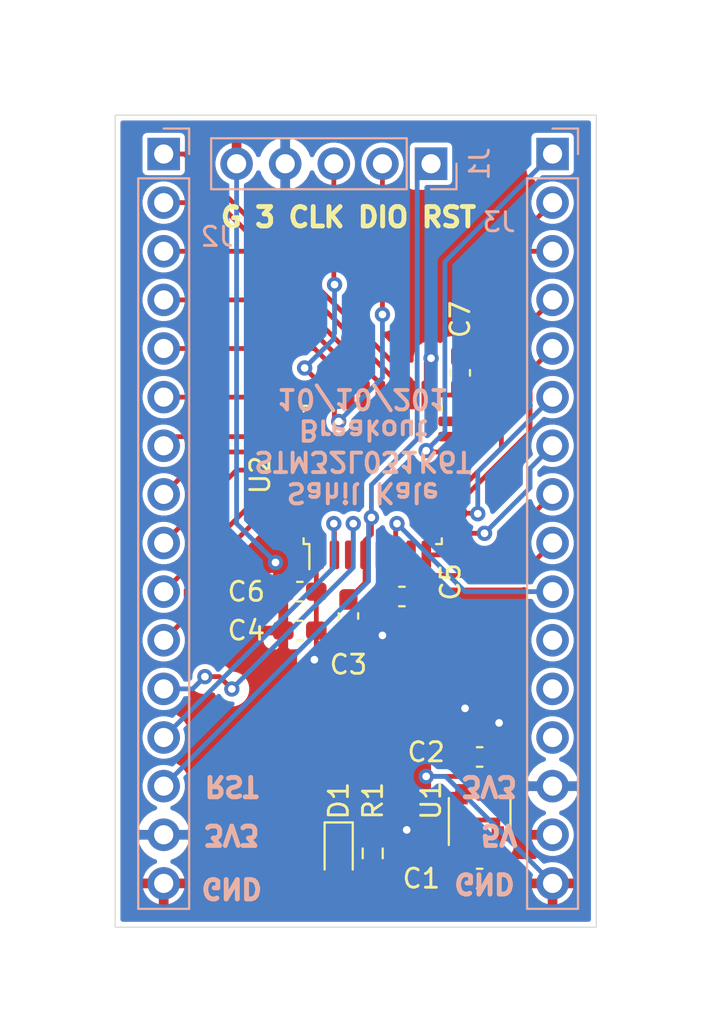
<source format=kicad_pcb>
(kicad_pcb (version 20171130) (host pcbnew "(5.1.10)-1")

  (general
    (thickness 1.6)
    (drawings 12)
    (tracks 181)
    (zones 0)
    (modules 14)
    (nets 31)
  )

  (page A4)
  (layers
    (0 F.Cu signal)
    (31 B.Cu signal)
    (32 B.Adhes user)
    (33 F.Adhes user)
    (34 B.Paste user)
    (35 F.Paste user)
    (36 B.SilkS user)
    (37 F.SilkS user)
    (38 B.Mask user)
    (39 F.Mask user)
    (40 Dwgs.User user)
    (41 Cmts.User user)
    (42 Eco1.User user)
    (43 Eco2.User user)
    (44 Edge.Cuts user)
    (45 Margin user)
    (46 B.CrtYd user)
    (47 F.CrtYd user)
    (48 B.Fab user)
    (49 F.Fab user hide)
  )

  (setup
    (last_trace_width 0.25)
    (trace_clearance 0.2)
    (zone_clearance 0.254)
    (zone_45_only no)
    (trace_min 0.2)
    (via_size 0.8)
    (via_drill 0.4)
    (via_min_size 0.4)
    (via_min_drill 0.3)
    (uvia_size 0.3)
    (uvia_drill 0.1)
    (uvias_allowed no)
    (uvia_min_size 0.2)
    (uvia_min_drill 0.1)
    (edge_width 0.05)
    (segment_width 0.2)
    (pcb_text_width 0.3)
    (pcb_text_size 1.5 1.5)
    (mod_edge_width 0.12)
    (mod_text_size 1 1)
    (mod_text_width 0.15)
    (pad_size 1.524 1.524)
    (pad_drill 0.762)
    (pad_to_mask_clearance 0)
    (aux_axis_origin 0 0)
    (visible_elements 7FFFFFFF)
    (pcbplotparams
      (layerselection 0x010fc_ffffffff)
      (usegerberextensions true)
      (usegerberattributes true)
      (usegerberadvancedattributes true)
      (creategerberjobfile false)
      (excludeedgelayer true)
      (linewidth 0.100000)
      (plotframeref false)
      (viasonmask false)
      (mode 1)
      (useauxorigin false)
      (hpglpennumber 1)
      (hpglpenspeed 20)
      (hpglpendiameter 15.000000)
      (psnegative false)
      (psa4output false)
      (plotreference true)
      (plotvalue true)
      (plotinvisibletext false)
      (padsonsilk false)
      (subtractmaskfromsilk true)
      (outputformat 1)
      (mirror false)
      (drillshape 0)
      (scaleselection 1)
      (outputdirectory "outputs/"))
  )

  (net 0 "")
  (net 1 GND)
  (net 2 +5V)
  (net 3 +3V3)
  (net 4 /RESET)
  (net 5 /SWCLK)
  (net 6 /SWDIO)
  (net 7 /PC14)
  (net 8 /PC15)
  (net 9 /PA15)
  (net 10 /PA12)
  (net 11 /PA11)
  (net 12 /PA10)
  (net 13 /PA9)
  (net 14 /PA8)
  (net 15 /PA7)
  (net 16 /PA6)
  (net 17 /PA5)
  (net 18 /PA4)
  (net 19 /PA3)
  (net 20 /PA2)
  (net 21 /PA1)
  (net 22 /PA0)
  (net 23 /PB7)
  (net 24 /PB6)
  (net 25 /PB5)
  (net 26 /PB4)
  (net 27 /PB3)
  (net 28 /PB1)
  (net 29 /PB0)
  (net 30 "Net-(D1-Pad2)")

  (net_class Default "This is the default net class."
    (clearance 0.2)
    (trace_width 0.25)
    (via_dia 0.8)
    (via_drill 0.4)
    (uvia_dia 0.3)
    (uvia_drill 0.1)
    (add_net +3V3)
    (add_net +5V)
    (add_net /PA0)
    (add_net /PA1)
    (add_net /PA10)
    (add_net /PA11)
    (add_net /PA12)
    (add_net /PA15)
    (add_net /PA2)
    (add_net /PA3)
    (add_net /PA4)
    (add_net /PA5)
    (add_net /PA6)
    (add_net /PA7)
    (add_net /PA8)
    (add_net /PA9)
    (add_net /PB0)
    (add_net /PB1)
    (add_net /PB3)
    (add_net /PB4)
    (add_net /PB5)
    (add_net /PB6)
    (add_net /PB7)
    (add_net /PC14)
    (add_net /PC15)
    (add_net /RESET)
    (add_net /SWCLK)
    (add_net /SWDIO)
    (add_net GND)
    (add_net "Net-(D1-Pad2)")
  )

  (module Resistor_SMD:R_0603_1608Metric_Pad0.98x0.95mm_HandSolder (layer F.Cu) (tedit 5F68FEEE) (tstamp 61647500)
    (at 163.322 112.731 270)
    (descr "Resistor SMD 0603 (1608 Metric), square (rectangular) end terminal, IPC_7351 nominal with elongated pad for handsoldering. (Body size source: IPC-SM-782 page 72, https://www.pcb-3d.com/wordpress/wp-content/uploads/ipc-sm-782a_amendment_1_and_2.pdf), generated with kicad-footprint-generator")
    (tags "resistor handsolder")
    (path /617FB546)
    (attr smd)
    (fp_text reference R1 (at -2.749 -0.01 90) (layer F.SilkS)
      (effects (font (size 1 1) (thickness 0.15)))
    )
    (fp_text value 1k (at 0 1.43 90) (layer F.Fab)
      (effects (font (size 1 1) (thickness 0.15)))
    )
    (fp_line (start -0.8 0.4125) (end -0.8 -0.4125) (layer F.Fab) (width 0.1))
    (fp_line (start -0.8 -0.4125) (end 0.8 -0.4125) (layer F.Fab) (width 0.1))
    (fp_line (start 0.8 -0.4125) (end 0.8 0.4125) (layer F.Fab) (width 0.1))
    (fp_line (start 0.8 0.4125) (end -0.8 0.4125) (layer F.Fab) (width 0.1))
    (fp_line (start -0.254724 -0.5225) (end 0.254724 -0.5225) (layer F.SilkS) (width 0.12))
    (fp_line (start -0.254724 0.5225) (end 0.254724 0.5225) (layer F.SilkS) (width 0.12))
    (fp_line (start -1.65 0.73) (end -1.65 -0.73) (layer F.CrtYd) (width 0.05))
    (fp_line (start -1.65 -0.73) (end 1.65 -0.73) (layer F.CrtYd) (width 0.05))
    (fp_line (start 1.65 -0.73) (end 1.65 0.73) (layer F.CrtYd) (width 0.05))
    (fp_line (start 1.65 0.73) (end -1.65 0.73) (layer F.CrtYd) (width 0.05))
    (fp_text user %R (at 0 0 90) (layer F.Fab)
      (effects (font (size 0.4 0.4) (thickness 0.06)))
    )
    (pad 2 smd roundrect (at 0.9125 0 270) (size 0.975 0.95) (layers F.Cu F.Paste F.Mask) (roundrect_rratio 0.25)
      (net 30 "Net-(D1-Pad2)"))
    (pad 1 smd roundrect (at -0.9125 0 270) (size 0.975 0.95) (layers F.Cu F.Paste F.Mask) (roundrect_rratio 0.25)
      (net 3 +3V3))
    (model ${KISYS3DMOD}/Resistor_SMD.3dshapes/R_0603_1608Metric.wrl
      (at (xyz 0 0 0))
      (scale (xyz 1 1 1))
      (rotate (xyz 0 0 0))
    )
  )

  (module LED_SMD:LED_0603_1608Metric_Pad1.05x0.95mm_HandSolder (layer F.Cu) (tedit 5F68FEF1) (tstamp 616474CC)
    (at 161.544 112.776 270)
    (descr "LED SMD 0603 (1608 Metric), square (rectangular) end terminal, IPC_7351 nominal, (Body size source: http://www.tortai-tech.com/upload/download/2011102023233369053.pdf), generated with kicad-footprint-generator")
    (tags "LED handsolder")
    (path /617FED54)
    (attr smd)
    (fp_text reference D1 (at -2.794 0 90) (layer F.SilkS)
      (effects (font (size 1 1) (thickness 0.15)))
    )
    (fp_text value LED (at 0 1.43 90) (layer F.Fab)
      (effects (font (size 1 1) (thickness 0.15)))
    )
    (fp_line (start 0.8 -0.4) (end -0.5 -0.4) (layer F.Fab) (width 0.1))
    (fp_line (start -0.5 -0.4) (end -0.8 -0.1) (layer F.Fab) (width 0.1))
    (fp_line (start -0.8 -0.1) (end -0.8 0.4) (layer F.Fab) (width 0.1))
    (fp_line (start -0.8 0.4) (end 0.8 0.4) (layer F.Fab) (width 0.1))
    (fp_line (start 0.8 0.4) (end 0.8 -0.4) (layer F.Fab) (width 0.1))
    (fp_line (start 0.8 -0.735) (end -1.66 -0.735) (layer F.SilkS) (width 0.12))
    (fp_line (start -1.66 -0.735) (end -1.66 0.735) (layer F.SilkS) (width 0.12))
    (fp_line (start -1.66 0.735) (end 0.8 0.735) (layer F.SilkS) (width 0.12))
    (fp_line (start -1.65 0.73) (end -1.65 -0.73) (layer F.CrtYd) (width 0.05))
    (fp_line (start -1.65 -0.73) (end 1.65 -0.73) (layer F.CrtYd) (width 0.05))
    (fp_line (start 1.65 -0.73) (end 1.65 0.73) (layer F.CrtYd) (width 0.05))
    (fp_line (start 1.65 0.73) (end -1.65 0.73) (layer F.CrtYd) (width 0.05))
    (fp_text user %R (at 0 0 90) (layer F.Fab)
      (effects (font (size 0.4 0.4) (thickness 0.06)))
    )
    (pad 2 smd roundrect (at 0.875 0 270) (size 1.05 0.95) (layers F.Cu F.Paste F.Mask) (roundrect_rratio 0.25)
      (net 30 "Net-(D1-Pad2)"))
    (pad 1 smd roundrect (at -0.875 0 270) (size 1.05 0.95) (layers F.Cu F.Paste F.Mask) (roundrect_rratio 0.25)
      (net 1 GND))
    (model ${KISYS3DMOD}/LED_SMD.3dshapes/LED_0603_1608Metric.wrl
      (at (xyz 0 0 0))
      (scale (xyz 1 1 1))
      (rotate (xyz 0 0 0))
    )
  )

  (module Package_QFP:LQFP-32_7x7mm_P0.8mm (layer F.Cu) (tedit 5D9F72AF) (tstamp 6163DF5E)
    (at 163.322 92.964 90)
    (descr "LQFP, 32 Pin (https://www.nxp.com/docs/en/package-information/SOT358-1.pdf), generated with kicad-footprint-generator ipc_gullwing_generator.py")
    (tags "LQFP QFP")
    (path /61636CB9)
    (attr smd)
    (fp_text reference U2 (at 0 -5.88 90) (layer F.SilkS)
      (effects (font (size 1 1) (thickness 0.15)))
    )
    (fp_text value STM32L031K6Tx (at 0 5.88 90) (layer F.Fab)
      (effects (font (size 1 1) (thickness 0.15)))
    )
    (fp_line (start 5.18 3.3) (end 5.18 0) (layer F.CrtYd) (width 0.05))
    (fp_line (start 3.75 3.3) (end 5.18 3.3) (layer F.CrtYd) (width 0.05))
    (fp_line (start 3.75 3.75) (end 3.75 3.3) (layer F.CrtYd) (width 0.05))
    (fp_line (start 3.3 3.75) (end 3.75 3.75) (layer F.CrtYd) (width 0.05))
    (fp_line (start 3.3 5.18) (end 3.3 3.75) (layer F.CrtYd) (width 0.05))
    (fp_line (start 0 5.18) (end 3.3 5.18) (layer F.CrtYd) (width 0.05))
    (fp_line (start -5.18 3.3) (end -5.18 0) (layer F.CrtYd) (width 0.05))
    (fp_line (start -3.75 3.3) (end -5.18 3.3) (layer F.CrtYd) (width 0.05))
    (fp_line (start -3.75 3.75) (end -3.75 3.3) (layer F.CrtYd) (width 0.05))
    (fp_line (start -3.3 3.75) (end -3.75 3.75) (layer F.CrtYd) (width 0.05))
    (fp_line (start -3.3 5.18) (end -3.3 3.75) (layer F.CrtYd) (width 0.05))
    (fp_line (start 0 5.18) (end -3.3 5.18) (layer F.CrtYd) (width 0.05))
    (fp_line (start 5.18 -3.3) (end 5.18 0) (layer F.CrtYd) (width 0.05))
    (fp_line (start 3.75 -3.3) (end 5.18 -3.3) (layer F.CrtYd) (width 0.05))
    (fp_line (start 3.75 -3.75) (end 3.75 -3.3) (layer F.CrtYd) (width 0.05))
    (fp_line (start 3.3 -3.75) (end 3.75 -3.75) (layer F.CrtYd) (width 0.05))
    (fp_line (start 3.3 -5.18) (end 3.3 -3.75) (layer F.CrtYd) (width 0.05))
    (fp_line (start 0 -5.18) (end 3.3 -5.18) (layer F.CrtYd) (width 0.05))
    (fp_line (start -5.18 -3.3) (end -5.18 0) (layer F.CrtYd) (width 0.05))
    (fp_line (start -3.75 -3.3) (end -5.18 -3.3) (layer F.CrtYd) (width 0.05))
    (fp_line (start -3.75 -3.75) (end -3.75 -3.3) (layer F.CrtYd) (width 0.05))
    (fp_line (start -3.3 -3.75) (end -3.75 -3.75) (layer F.CrtYd) (width 0.05))
    (fp_line (start -3.3 -5.18) (end -3.3 -3.75) (layer F.CrtYd) (width 0.05))
    (fp_line (start 0 -5.18) (end -3.3 -5.18) (layer F.CrtYd) (width 0.05))
    (fp_line (start -3.5 -2.5) (end -2.5 -3.5) (layer F.Fab) (width 0.1))
    (fp_line (start -3.5 3.5) (end -3.5 -2.5) (layer F.Fab) (width 0.1))
    (fp_line (start 3.5 3.5) (end -3.5 3.5) (layer F.Fab) (width 0.1))
    (fp_line (start 3.5 -3.5) (end 3.5 3.5) (layer F.Fab) (width 0.1))
    (fp_line (start -2.5 -3.5) (end 3.5 -3.5) (layer F.Fab) (width 0.1))
    (fp_line (start -3.61 -3.31) (end -4.925 -3.31) (layer F.SilkS) (width 0.12))
    (fp_line (start -3.61 -3.61) (end -3.61 -3.31) (layer F.SilkS) (width 0.12))
    (fp_line (start -3.31 -3.61) (end -3.61 -3.61) (layer F.SilkS) (width 0.12))
    (fp_line (start 3.61 -3.61) (end 3.61 -3.31) (layer F.SilkS) (width 0.12))
    (fp_line (start 3.31 -3.61) (end 3.61 -3.61) (layer F.SilkS) (width 0.12))
    (fp_line (start -3.61 3.61) (end -3.61 3.31) (layer F.SilkS) (width 0.12))
    (fp_line (start -3.31 3.61) (end -3.61 3.61) (layer F.SilkS) (width 0.12))
    (fp_line (start 3.61 3.61) (end 3.61 3.31) (layer F.SilkS) (width 0.12))
    (fp_line (start 3.31 3.61) (end 3.61 3.61) (layer F.SilkS) (width 0.12))
    (fp_text user %R (at 0 0 90) (layer F.Fab)
      (effects (font (size 1 1) (thickness 0.15)))
    )
    (pad 32 smd roundrect (at -2.8 -4.175 90) (size 0.5 1.5) (layers F.Cu F.Paste F.Mask) (roundrect_rratio 0.25)
      (net 1 GND))
    (pad 31 smd roundrect (at -2 -4.175 90) (size 0.5 1.5) (layers F.Cu F.Paste F.Mask) (roundrect_rratio 0.25)
      (net 1 GND))
    (pad 30 smd roundrect (at -1.2 -4.175 90) (size 0.5 1.5) (layers F.Cu F.Paste F.Mask) (roundrect_rratio 0.25)
      (net 23 /PB7))
    (pad 29 smd roundrect (at -0.4 -4.175 90) (size 0.5 1.5) (layers F.Cu F.Paste F.Mask) (roundrect_rratio 0.25)
      (net 24 /PB6))
    (pad 28 smd roundrect (at 0.4 -4.175 90) (size 0.5 1.5) (layers F.Cu F.Paste F.Mask) (roundrect_rratio 0.25)
      (net 25 /PB5))
    (pad 27 smd roundrect (at 1.2 -4.175 90) (size 0.5 1.5) (layers F.Cu F.Paste F.Mask) (roundrect_rratio 0.25)
      (net 26 /PB4))
    (pad 26 smd roundrect (at 2 -4.175 90) (size 0.5 1.5) (layers F.Cu F.Paste F.Mask) (roundrect_rratio 0.25)
      (net 27 /PB3))
    (pad 25 smd roundrect (at 2.8 -4.175 90) (size 0.5 1.5) (layers F.Cu F.Paste F.Mask) (roundrect_rratio 0.25)
      (net 9 /PA15))
    (pad 24 smd roundrect (at 4.175 -2.8 90) (size 1.5 0.5) (layers F.Cu F.Paste F.Mask) (roundrect_rratio 0.25)
      (net 5 /SWCLK))
    (pad 23 smd roundrect (at 4.175 -2 90) (size 1.5 0.5) (layers F.Cu F.Paste F.Mask) (roundrect_rratio 0.25)
      (net 6 /SWDIO))
    (pad 22 smd roundrect (at 4.175 -1.2 90) (size 1.5 0.5) (layers F.Cu F.Paste F.Mask) (roundrect_rratio 0.25)
      (net 10 /PA12))
    (pad 21 smd roundrect (at 4.175 -0.4 90) (size 1.5 0.5) (layers F.Cu F.Paste F.Mask) (roundrect_rratio 0.25)
      (net 11 /PA11))
    (pad 20 smd roundrect (at 4.175 0.4 90) (size 1.5 0.5) (layers F.Cu F.Paste F.Mask) (roundrect_rratio 0.25)
      (net 12 /PA10))
    (pad 19 smd roundrect (at 4.175 1.2 90) (size 1.5 0.5) (layers F.Cu F.Paste F.Mask) (roundrect_rratio 0.25)
      (net 13 /PA9))
    (pad 18 smd roundrect (at 4.175 2 90) (size 1.5 0.5) (layers F.Cu F.Paste F.Mask) (roundrect_rratio 0.25)
      (net 14 /PA8))
    (pad 17 smd roundrect (at 4.175 2.8 90) (size 1.5 0.5) (layers F.Cu F.Paste F.Mask) (roundrect_rratio 0.25)
      (net 3 +3V3))
    (pad 16 smd roundrect (at 2.8 4.175 90) (size 0.5 1.5) (layers F.Cu F.Paste F.Mask) (roundrect_rratio 0.25)
      (net 1 GND))
    (pad 15 smd roundrect (at 2 4.175 90) (size 0.5 1.5) (layers F.Cu F.Paste F.Mask) (roundrect_rratio 0.25)
      (net 28 /PB1))
    (pad 14 smd roundrect (at 1.2 4.175 90) (size 0.5 1.5) (layers F.Cu F.Paste F.Mask) (roundrect_rratio 0.25)
      (net 29 /PB0))
    (pad 13 smd roundrect (at 0.4 4.175 90) (size 0.5 1.5) (layers F.Cu F.Paste F.Mask) (roundrect_rratio 0.25)
      (net 15 /PA7))
    (pad 12 smd roundrect (at -0.4 4.175 90) (size 0.5 1.5) (layers F.Cu F.Paste F.Mask) (roundrect_rratio 0.25)
      (net 16 /PA6))
    (pad 11 smd roundrect (at -1.2 4.175 90) (size 0.5 1.5) (layers F.Cu F.Paste F.Mask) (roundrect_rratio 0.25)
      (net 17 /PA5))
    (pad 10 smd roundrect (at -2 4.175 90) (size 0.5 1.5) (layers F.Cu F.Paste F.Mask) (roundrect_rratio 0.25)
      (net 18 /PA4))
    (pad 9 smd roundrect (at -2.8 4.175 90) (size 0.5 1.5) (layers F.Cu F.Paste F.Mask) (roundrect_rratio 0.25)
      (net 19 /PA3))
    (pad 8 smd roundrect (at -4.175 2.8 90) (size 1.5 0.5) (layers F.Cu F.Paste F.Mask) (roundrect_rratio 0.25)
      (net 20 /PA2))
    (pad 7 smd roundrect (at -4.175 2 90) (size 1.5 0.5) (layers F.Cu F.Paste F.Mask) (roundrect_rratio 0.25)
      (net 21 /PA1))
    (pad 6 smd roundrect (at -4.175 1.2 90) (size 1.5 0.5) (layers F.Cu F.Paste F.Mask) (roundrect_rratio 0.25)
      (net 22 /PA0))
    (pad 5 smd roundrect (at -4.175 0.4 90) (size 1.5 0.5) (layers F.Cu F.Paste F.Mask) (roundrect_rratio 0.25)
      (net 3 +3V3))
    (pad 4 smd roundrect (at -4.175 -0.4 90) (size 1.5 0.5) (layers F.Cu F.Paste F.Mask) (roundrect_rratio 0.25)
      (net 4 /RESET))
    (pad 3 smd roundrect (at -4.175 -1.2 90) (size 1.5 0.5) (layers F.Cu F.Paste F.Mask) (roundrect_rratio 0.25)
      (net 8 /PC15))
    (pad 2 smd roundrect (at -4.175 -2 90) (size 1.5 0.5) (layers F.Cu F.Paste F.Mask) (roundrect_rratio 0.25)
      (net 7 /PC14))
    (pad 1 smd roundrect (at -4.175 -2.8 90) (size 1.5 0.5) (layers F.Cu F.Paste F.Mask) (roundrect_rratio 0.25)
      (net 3 +3V3))
    (model ${KISYS3DMOD}/Package_QFP.3dshapes/LQFP-32_7x7mm_P0.8mm.wrl
      (at (xyz 0 0 0))
      (scale (xyz 1 1 1))
      (rotate (xyz 0 0 0))
    )
  )

  (module Connector_PinHeader_2.54mm:PinHeader_1x16_P2.54mm_Vertical (layer B.Cu) (tedit 59FED5CC) (tstamp 6163F533)
    (at 152.4 76.2 180)
    (descr "Through hole straight pin header, 1x16, 2.54mm pitch, single row")
    (tags "Through hole pin header THT 1x16 2.54mm single row")
    (path /616409F2)
    (fp_text reference J2 (at -2.794 -4.318) (layer B.SilkS)
      (effects (font (size 1 1) (thickness 0.15)) (justify mirror))
    )
    (fp_text value Screw_Terminal_01x16 (at 0 -40.43) (layer B.Fab)
      (effects (font (size 1 1) (thickness 0.15)) (justify mirror))
    )
    (fp_line (start 1.8 1.8) (end -1.8 1.8) (layer B.CrtYd) (width 0.05))
    (fp_line (start 1.8 -39.9) (end 1.8 1.8) (layer B.CrtYd) (width 0.05))
    (fp_line (start -1.8 -39.9) (end 1.8 -39.9) (layer B.CrtYd) (width 0.05))
    (fp_line (start -1.8 1.8) (end -1.8 -39.9) (layer B.CrtYd) (width 0.05))
    (fp_line (start -1.33 1.33) (end 0 1.33) (layer B.SilkS) (width 0.12))
    (fp_line (start -1.33 0) (end -1.33 1.33) (layer B.SilkS) (width 0.12))
    (fp_line (start -1.33 -1.27) (end 1.33 -1.27) (layer B.SilkS) (width 0.12))
    (fp_line (start 1.33 -1.27) (end 1.33 -39.43) (layer B.SilkS) (width 0.12))
    (fp_line (start -1.33 -1.27) (end -1.33 -39.43) (layer B.SilkS) (width 0.12))
    (fp_line (start -1.33 -39.43) (end 1.33 -39.43) (layer B.SilkS) (width 0.12))
    (fp_line (start -1.27 0.635) (end -0.635 1.27) (layer B.Fab) (width 0.1))
    (fp_line (start -1.27 -39.37) (end -1.27 0.635) (layer B.Fab) (width 0.1))
    (fp_line (start 1.27 -39.37) (end -1.27 -39.37) (layer B.Fab) (width 0.1))
    (fp_line (start 1.27 1.27) (end 1.27 -39.37) (layer B.Fab) (width 0.1))
    (fp_line (start -0.635 1.27) (end 1.27 1.27) (layer B.Fab) (width 0.1))
    (fp_text user %R (at 0 -19.05 270) (layer B.Fab)
      (effects (font (size 1 1) (thickness 0.15)) (justify mirror))
    )
    (pad 16 thru_hole oval (at 0 -38.1 180) (size 1.7 1.7) (drill 1) (layers *.Cu *.Mask)
      (net 1 GND))
    (pad 15 thru_hole oval (at 0 -35.56 180) (size 1.7 1.7) (drill 1) (layers *.Cu *.Mask)
      (net 3 +3V3))
    (pad 14 thru_hole oval (at 0 -33.02 180) (size 1.7 1.7) (drill 1) (layers *.Cu *.Mask)
      (net 4 /RESET))
    (pad 13 thru_hole oval (at 0 -30.48 180) (size 1.7 1.7) (drill 1) (layers *.Cu *.Mask)
      (net 7 /PC14))
    (pad 12 thru_hole oval (at 0 -27.94 180) (size 1.7 1.7) (drill 1) (layers *.Cu *.Mask)
      (net 8 /PC15))
    (pad 11 thru_hole oval (at 0 -25.4 180) (size 1.7 1.7) (drill 1) (layers *.Cu *.Mask)
      (net 23 /PB7))
    (pad 10 thru_hole oval (at 0 -22.86 180) (size 1.7 1.7) (drill 1) (layers *.Cu *.Mask)
      (net 24 /PB6))
    (pad 9 thru_hole oval (at 0 -20.32 180) (size 1.7 1.7) (drill 1) (layers *.Cu *.Mask)
      (net 25 /PB5))
    (pad 8 thru_hole oval (at 0 -17.78 180) (size 1.7 1.7) (drill 1) (layers *.Cu *.Mask)
      (net 26 /PB4))
    (pad 7 thru_hole oval (at 0 -15.24 180) (size 1.7 1.7) (drill 1) (layers *.Cu *.Mask)
      (net 27 /PB3))
    (pad 6 thru_hole oval (at 0 -12.7 180) (size 1.7 1.7) (drill 1) (layers *.Cu *.Mask)
      (net 9 /PA15))
    (pad 5 thru_hole oval (at 0 -10.16 180) (size 1.7 1.7) (drill 1) (layers *.Cu *.Mask)
      (net 10 /PA12))
    (pad 4 thru_hole oval (at 0 -7.62 180) (size 1.7 1.7) (drill 1) (layers *.Cu *.Mask)
      (net 11 /PA11))
    (pad 3 thru_hole oval (at 0 -5.08 180) (size 1.7 1.7) (drill 1) (layers *.Cu *.Mask)
      (net 12 /PA10))
    (pad 2 thru_hole oval (at 0 -2.54 180) (size 1.7 1.7) (drill 1) (layers *.Cu *.Mask)
      (net 13 /PA9))
    (pad 1 thru_hole rect (at 0 0 180) (size 1.7 1.7) (drill 1) (layers *.Cu *.Mask)
      (net 14 /PA8))
    (model ${KISYS3DMOD}/Connector_PinHeader_2.54mm.3dshapes/PinHeader_1x16_P2.54mm_Vertical.wrl
      (at (xyz 0 0 0))
      (scale (xyz 1 1 1))
      (rotate (xyz 0 0 0))
    )
  )

  (module Package_TO_SOT_SMD:SOT-23-5 (layer F.Cu) (tedit 5A02FF57) (tstamp 6163DF13)
    (at 168.91 110.744 90)
    (descr "5-pin SOT23 package")
    (tags SOT-23-5)
    (path /616454ED)
    (attr smd)
    (fp_text reference U1 (at 0.762 -2.54 90) (layer F.SilkS)
      (effects (font (size 1 1) (thickness 0.15)))
    )
    (fp_text value LD39015M33R (at -1.016 3.048 90) (layer F.Fab)
      (effects (font (size 1 1) (thickness 0.15)))
    )
    (fp_line (start 0.9 -1.55) (end 0.9 1.55) (layer F.Fab) (width 0.1))
    (fp_line (start 0.9 1.55) (end -0.9 1.55) (layer F.Fab) (width 0.1))
    (fp_line (start -0.9 -0.9) (end -0.9 1.55) (layer F.Fab) (width 0.1))
    (fp_line (start 0.9 -1.55) (end -0.25 -1.55) (layer F.Fab) (width 0.1))
    (fp_line (start -0.9 -0.9) (end -0.25 -1.55) (layer F.Fab) (width 0.1))
    (fp_line (start -1.9 1.8) (end -1.9 -1.8) (layer F.CrtYd) (width 0.05))
    (fp_line (start 1.9 1.8) (end -1.9 1.8) (layer F.CrtYd) (width 0.05))
    (fp_line (start 1.9 -1.8) (end 1.9 1.8) (layer F.CrtYd) (width 0.05))
    (fp_line (start -1.9 -1.8) (end 1.9 -1.8) (layer F.CrtYd) (width 0.05))
    (fp_line (start 0.9 -1.61) (end -1.55 -1.61) (layer F.SilkS) (width 0.12))
    (fp_line (start -0.9 1.61) (end 0.9 1.61) (layer F.SilkS) (width 0.12))
    (fp_text user %R (at 0 0) (layer F.Fab)
      (effects (font (size 0.5 0.5) (thickness 0.075)))
    )
    (pad 5 smd rect (at 1.1 -0.95 90) (size 1.06 0.65) (layers F.Cu F.Paste F.Mask)
      (net 3 +3V3))
    (pad 4 smd rect (at 1.1 0.95 90) (size 1.06 0.65) (layers F.Cu F.Paste F.Mask))
    (pad 3 smd rect (at -1.1 0.95 90) (size 1.06 0.65) (layers F.Cu F.Paste F.Mask)
      (net 2 +5V))
    (pad 2 smd rect (at -1.1 0 90) (size 1.06 0.65) (layers F.Cu F.Paste F.Mask)
      (net 1 GND))
    (pad 1 smd rect (at -1.1 -0.95 90) (size 1.06 0.65) (layers F.Cu F.Paste F.Mask)
      (net 2 +5V))
    (model ${KISYS3DMOD}/Package_TO_SOT_SMD.3dshapes/SOT-23-5.wrl
      (at (xyz 0 0 0))
      (scale (xyz 1 1 1))
      (rotate (xyz 0 0 0))
    )
  )

  (module Connector_PinHeader_2.54mm:PinHeader_1x16_P2.54mm_Vertical (layer B.Cu) (tedit 59FED5CC) (tstamp 6163DEFE)
    (at 172.72 76.2 180)
    (descr "Through hole straight pin header, 1x16, 2.54mm pitch, single row")
    (tags "Through hole pin header THT 1x16 2.54mm single row")
    (path /6163E883)
    (fp_text reference J3 (at 2.794 -3.556) (layer B.SilkS)
      (effects (font (size 1 1) (thickness 0.15)) (justify mirror))
    )
    (fp_text value Screw_Terminal_01x16 (at 0 -40.43) (layer B.Fab)
      (effects (font (size 1 1) (thickness 0.15)) (justify mirror))
    )
    (fp_line (start 1.8 1.8) (end -1.8 1.8) (layer B.CrtYd) (width 0.05))
    (fp_line (start 1.8 -39.9) (end 1.8 1.8) (layer B.CrtYd) (width 0.05))
    (fp_line (start -1.8 -39.9) (end 1.8 -39.9) (layer B.CrtYd) (width 0.05))
    (fp_line (start -1.8 1.8) (end -1.8 -39.9) (layer B.CrtYd) (width 0.05))
    (fp_line (start -1.33 1.33) (end 0 1.33) (layer B.SilkS) (width 0.12))
    (fp_line (start -1.33 0) (end -1.33 1.33) (layer B.SilkS) (width 0.12))
    (fp_line (start -1.33 -1.27) (end 1.33 -1.27) (layer B.SilkS) (width 0.12))
    (fp_line (start 1.33 -1.27) (end 1.33 -39.43) (layer B.SilkS) (width 0.12))
    (fp_line (start -1.33 -1.27) (end -1.33 -39.43) (layer B.SilkS) (width 0.12))
    (fp_line (start -1.33 -39.43) (end 1.33 -39.43) (layer B.SilkS) (width 0.12))
    (fp_line (start -1.27 0.635) (end -0.635 1.27) (layer B.Fab) (width 0.1))
    (fp_line (start -1.27 -39.37) (end -1.27 0.635) (layer B.Fab) (width 0.1))
    (fp_line (start 1.27 -39.37) (end -1.27 -39.37) (layer B.Fab) (width 0.1))
    (fp_line (start 1.27 1.27) (end 1.27 -39.37) (layer B.Fab) (width 0.1))
    (fp_line (start -0.635 1.27) (end 1.27 1.27) (layer B.Fab) (width 0.1))
    (fp_text user %R (at 0 -19.05 270) (layer B.Fab)
      (effects (font (size 1 1) (thickness 0.15)) (justify mirror))
    )
    (pad 16 thru_hole oval (at 0 -38.1 180) (size 1.7 1.7) (drill 1) (layers *.Cu *.Mask)
      (net 1 GND))
    (pad 15 thru_hole oval (at 0 -35.56 180) (size 1.7 1.7) (drill 1) (layers *.Cu *.Mask)
      (net 2 +5V))
    (pad 14 thru_hole oval (at 0 -33.02 180) (size 1.7 1.7) (drill 1) (layers *.Cu *.Mask)
      (net 3 +3V3))
    (pad 13 thru_hole oval (at 0 -30.48 180) (size 1.7 1.7) (drill 1) (layers *.Cu *.Mask))
    (pad 12 thru_hole oval (at 0 -27.94 180) (size 1.7 1.7) (drill 1) (layers *.Cu *.Mask))
    (pad 11 thru_hole oval (at 0 -25.4 180) (size 1.7 1.7) (drill 1) (layers *.Cu *.Mask))
    (pad 10 thru_hole oval (at 0 -22.86 180) (size 1.7 1.7) (drill 1) (layers *.Cu *.Mask)
      (net 22 /PA0))
    (pad 9 thru_hole oval (at 0 -20.32 180) (size 1.7 1.7) (drill 1) (layers *.Cu *.Mask)
      (net 21 /PA1))
    (pad 8 thru_hole oval (at 0 -17.78 180) (size 1.7 1.7) (drill 1) (layers *.Cu *.Mask)
      (net 20 /PA2))
    (pad 7 thru_hole oval (at 0 -15.24 180) (size 1.7 1.7) (drill 1) (layers *.Cu *.Mask)
      (net 19 /PA3))
    (pad 6 thru_hole oval (at 0 -12.7 180) (size 1.7 1.7) (drill 1) (layers *.Cu *.Mask)
      (net 18 /PA4))
    (pad 5 thru_hole oval (at 0 -10.16 180) (size 1.7 1.7) (drill 1) (layers *.Cu *.Mask)
      (net 17 /PA5))
    (pad 4 thru_hole oval (at 0 -7.62 180) (size 1.7 1.7) (drill 1) (layers *.Cu *.Mask)
      (net 16 /PA6))
    (pad 3 thru_hole oval (at 0 -5.08 180) (size 1.7 1.7) (drill 1) (layers *.Cu *.Mask)
      (net 15 /PA7))
    (pad 2 thru_hole oval (at 0 -2.54 180) (size 1.7 1.7) (drill 1) (layers *.Cu *.Mask)
      (net 28 /PB1))
    (pad 1 thru_hole rect (at 0 0 180) (size 1.7 1.7) (drill 1) (layers *.Cu *.Mask)
      (net 29 /PB0))
    (model ${KISYS3DMOD}/Connector_PinHeader_2.54mm.3dshapes/PinHeader_1x16_P2.54mm_Vertical.wrl
      (at (xyz 0 0 0))
      (scale (xyz 1 1 1))
      (rotate (xyz 0 0 0))
    )
  )

  (module Connector_PinHeader_2.54mm:PinHeader_1x05_P2.54mm_Vertical (layer B.Cu) (tedit 59FED5CC) (tstamp 6163DEB6)
    (at 166.37 76.708 90)
    (descr "Through hole straight pin header, 1x05, 2.54mm pitch, single row")
    (tags "Through hole pin header THT 1x05 2.54mm single row")
    (path /61678FF6)
    (fp_text reference J1 (at 0 2.54 270) (layer B.SilkS)
      (effects (font (size 1 1) (thickness 0.15)) (justify mirror))
    )
    (fp_text value Screw_Terminal_01x05 (at 0 -12.49 270) (layer B.Fab)
      (effects (font (size 1 1) (thickness 0.15)) (justify mirror))
    )
    (fp_line (start 1.8 1.8) (end -1.8 1.8) (layer B.CrtYd) (width 0.05))
    (fp_line (start 1.8 -11.95) (end 1.8 1.8) (layer B.CrtYd) (width 0.05))
    (fp_line (start -1.8 -11.95) (end 1.8 -11.95) (layer B.CrtYd) (width 0.05))
    (fp_line (start -1.8 1.8) (end -1.8 -11.95) (layer B.CrtYd) (width 0.05))
    (fp_line (start -1.33 1.33) (end 0 1.33) (layer B.SilkS) (width 0.12))
    (fp_line (start -1.33 0) (end -1.33 1.33) (layer B.SilkS) (width 0.12))
    (fp_line (start -1.33 -1.27) (end 1.33 -1.27) (layer B.SilkS) (width 0.12))
    (fp_line (start 1.33 -1.27) (end 1.33 -11.49) (layer B.SilkS) (width 0.12))
    (fp_line (start -1.33 -1.27) (end -1.33 -11.49) (layer B.SilkS) (width 0.12))
    (fp_line (start -1.33 -11.49) (end 1.33 -11.49) (layer B.SilkS) (width 0.12))
    (fp_line (start -1.27 0.635) (end -0.635 1.27) (layer B.Fab) (width 0.1))
    (fp_line (start -1.27 -11.43) (end -1.27 0.635) (layer B.Fab) (width 0.1))
    (fp_line (start 1.27 -11.43) (end -1.27 -11.43) (layer B.Fab) (width 0.1))
    (fp_line (start 1.27 1.27) (end 1.27 -11.43) (layer B.Fab) (width 0.1))
    (fp_line (start -0.635 1.27) (end 1.27 1.27) (layer B.Fab) (width 0.1))
    (fp_text user %R (at 0 -5.08) (layer B.Fab)
      (effects (font (size 1 1) (thickness 0.15)) (justify mirror))
    )
    (pad 5 thru_hole oval (at 0 -10.16 90) (size 1.7 1.7) (drill 1) (layers *.Cu *.Mask)
      (net 1 GND))
    (pad 4 thru_hole oval (at 0 -7.62 90) (size 1.7 1.7) (drill 1) (layers *.Cu *.Mask)
      (net 3 +3V3))
    (pad 3 thru_hole oval (at 0 -5.08 90) (size 1.7 1.7) (drill 1) (layers *.Cu *.Mask)
      (net 5 /SWCLK))
    (pad 2 thru_hole oval (at 0 -2.54 90) (size 1.7 1.7) (drill 1) (layers *.Cu *.Mask)
      (net 6 /SWDIO))
    (pad 1 thru_hole rect (at 0 0 90) (size 1.7 1.7) (drill 1) (layers *.Cu *.Mask)
      (net 4 /RESET))
    (model ${KISYS3DMOD}/Connector_PinHeader_2.54mm.3dshapes/PinHeader_1x05_P2.54mm_Vertical.wrl
      (at (xyz 0 0 0))
      (scale (xyz 1 1 1))
      (rotate (xyz 0 0 0))
    )
  )

  (module Capacitor_SMD:C_0603_1608Metric_Pad1.08x0.95mm_HandSolder (layer F.Cu) (tedit 5F68FEEF) (tstamp 6163DE9D)
    (at 167.894 87.63 270)
    (descr "Capacitor SMD 0603 (1608 Metric), square (rectangular) end terminal, IPC_7351 nominal with elongated pad for handsoldering. (Body size source: IPC-SM-782 page 76, https://www.pcb-3d.com/wordpress/wp-content/uploads/ipc-sm-782a_amendment_1_and_2.pdf), generated with kicad-footprint-generator")
    (tags "capacitor handsolder")
    (path /6165C29D)
    (attr smd)
    (fp_text reference C7 (at -2.794 0 270) (layer F.SilkS)
      (effects (font (size 1 1) (thickness 0.15)))
    )
    (fp_text value 0.1uF (at 0 1.43 90) (layer F.Fab)
      (effects (font (size 1 1) (thickness 0.15)))
    )
    (fp_line (start 1.65 0.73) (end -1.65 0.73) (layer F.CrtYd) (width 0.05))
    (fp_line (start 1.65 -0.73) (end 1.65 0.73) (layer F.CrtYd) (width 0.05))
    (fp_line (start -1.65 -0.73) (end 1.65 -0.73) (layer F.CrtYd) (width 0.05))
    (fp_line (start -1.65 0.73) (end -1.65 -0.73) (layer F.CrtYd) (width 0.05))
    (fp_line (start -0.146267 0.51) (end 0.146267 0.51) (layer F.SilkS) (width 0.12))
    (fp_line (start -0.146267 -0.51) (end 0.146267 -0.51) (layer F.SilkS) (width 0.12))
    (fp_line (start 0.8 0.4) (end -0.8 0.4) (layer F.Fab) (width 0.1))
    (fp_line (start 0.8 -0.4) (end 0.8 0.4) (layer F.Fab) (width 0.1))
    (fp_line (start -0.8 -0.4) (end 0.8 -0.4) (layer F.Fab) (width 0.1))
    (fp_line (start -0.8 0.4) (end -0.8 -0.4) (layer F.Fab) (width 0.1))
    (fp_text user %R (at 0 0 90) (layer F.Fab)
      (effects (font (size 0.4 0.4) (thickness 0.06)))
    )
    (pad 2 smd roundrect (at 0.8625 0 270) (size 1.075 0.95) (layers F.Cu F.Paste F.Mask) (roundrect_rratio 0.25)
      (net 3 +3V3))
    (pad 1 smd roundrect (at -0.8625 0 270) (size 1.075 0.95) (layers F.Cu F.Paste F.Mask) (roundrect_rratio 0.25)
      (net 1 GND))
    (model ${KISYS3DMOD}/Capacitor_SMD.3dshapes/C_0603_1608Metric.wrl
      (at (xyz 0 0 0))
      (scale (xyz 1 1 1))
      (rotate (xyz 0 0 0))
    )
  )

  (module Capacitor_SMD:C_0603_1608Metric_Pad1.08x0.95mm_HandSolder (layer F.Cu) (tedit 5F68FEEF) (tstamp 6163DE8C)
    (at 159.512 99.06)
    (descr "Capacitor SMD 0603 (1608 Metric), square (rectangular) end terminal, IPC_7351 nominal with elongated pad for handsoldering. (Body size source: IPC-SM-782 page 76, https://www.pcb-3d.com/wordpress/wp-content/uploads/ipc-sm-782a_amendment_1_and_2.pdf), generated with kicad-footprint-generator")
    (tags "capacitor handsolder")
    (path /6165AC87)
    (attr smd)
    (fp_text reference C6 (at -2.794 0) (layer F.SilkS)
      (effects (font (size 1 1) (thickness 0.15)))
    )
    (fp_text value 0.1uF (at 0 1.43) (layer F.Fab)
      (effects (font (size 1 1) (thickness 0.15)))
    )
    (fp_line (start 1.65 0.73) (end -1.65 0.73) (layer F.CrtYd) (width 0.05))
    (fp_line (start 1.65 -0.73) (end 1.65 0.73) (layer F.CrtYd) (width 0.05))
    (fp_line (start -1.65 -0.73) (end 1.65 -0.73) (layer F.CrtYd) (width 0.05))
    (fp_line (start -1.65 0.73) (end -1.65 -0.73) (layer F.CrtYd) (width 0.05))
    (fp_line (start -0.146267 0.51) (end 0.146267 0.51) (layer F.SilkS) (width 0.12))
    (fp_line (start -0.146267 -0.51) (end 0.146267 -0.51) (layer F.SilkS) (width 0.12))
    (fp_line (start 0.8 0.4) (end -0.8 0.4) (layer F.Fab) (width 0.1))
    (fp_line (start 0.8 -0.4) (end 0.8 0.4) (layer F.Fab) (width 0.1))
    (fp_line (start -0.8 -0.4) (end 0.8 -0.4) (layer F.Fab) (width 0.1))
    (fp_line (start -0.8 0.4) (end -0.8 -0.4) (layer F.Fab) (width 0.1))
    (fp_text user %R (at 0 0) (layer F.Fab)
      (effects (font (size 0.4 0.4) (thickness 0.06)))
    )
    (pad 2 smd roundrect (at 0.8625 0) (size 1.075 0.95) (layers F.Cu F.Paste F.Mask) (roundrect_rratio 0.25)
      (net 3 +3V3))
    (pad 1 smd roundrect (at -0.8625 0) (size 1.075 0.95) (layers F.Cu F.Paste F.Mask) (roundrect_rratio 0.25)
      (net 1 GND))
    (model ${KISYS3DMOD}/Capacitor_SMD.3dshapes/C_0603_1608Metric.wrl
      (at (xyz 0 0 0))
      (scale (xyz 1 1 1))
      (rotate (xyz 0 0 0))
    )
  )

  (module Capacitor_SMD:C_0603_1608Metric_Pad1.08x0.95mm_HandSolder (layer F.Cu) (tedit 5F68FEEF) (tstamp 6163DE7B)
    (at 164.846 99.314 180)
    (descr "Capacitor SMD 0603 (1608 Metric), square (rectangular) end terminal, IPC_7351 nominal with elongated pad for handsoldering. (Body size source: IPC-SM-782 page 76, https://www.pcb-3d.com/wordpress/wp-content/uploads/ipc-sm-782a_amendment_1_and_2.pdf), generated with kicad-footprint-generator")
    (tags "capacitor handsolder")
    (path /6164F84F)
    (attr smd)
    (fp_text reference C5 (at -2.54 0.762 90) (layer F.SilkS)
      (effects (font (size 1 1) (thickness 0.15)))
    )
    (fp_text value 0.1uF (at 0 1.43) (layer F.Fab)
      (effects (font (size 1 1) (thickness 0.15)))
    )
    (fp_line (start 1.65 0.73) (end -1.65 0.73) (layer F.CrtYd) (width 0.05))
    (fp_line (start 1.65 -0.73) (end 1.65 0.73) (layer F.CrtYd) (width 0.05))
    (fp_line (start -1.65 -0.73) (end 1.65 -0.73) (layer F.CrtYd) (width 0.05))
    (fp_line (start -1.65 0.73) (end -1.65 -0.73) (layer F.CrtYd) (width 0.05))
    (fp_line (start -0.146267 0.51) (end 0.146267 0.51) (layer F.SilkS) (width 0.12))
    (fp_line (start -0.146267 -0.51) (end 0.146267 -0.51) (layer F.SilkS) (width 0.12))
    (fp_line (start 0.8 0.4) (end -0.8 0.4) (layer F.Fab) (width 0.1))
    (fp_line (start 0.8 -0.4) (end 0.8 0.4) (layer F.Fab) (width 0.1))
    (fp_line (start -0.8 -0.4) (end 0.8 -0.4) (layer F.Fab) (width 0.1))
    (fp_line (start -0.8 0.4) (end -0.8 -0.4) (layer F.Fab) (width 0.1))
    (fp_text user %R (at 0 0) (layer F.Fab)
      (effects (font (size 0.4 0.4) (thickness 0.06)))
    )
    (pad 2 smd roundrect (at 0.8625 0 180) (size 1.075 0.95) (layers F.Cu F.Paste F.Mask) (roundrect_rratio 0.25)
      (net 3 +3V3))
    (pad 1 smd roundrect (at -0.8625 0 180) (size 1.075 0.95) (layers F.Cu F.Paste F.Mask) (roundrect_rratio 0.25)
      (net 1 GND))
    (model ${KISYS3DMOD}/Capacitor_SMD.3dshapes/C_0603_1608Metric.wrl
      (at (xyz 0 0 0))
      (scale (xyz 1 1 1))
      (rotate (xyz 0 0 0))
    )
  )

  (module Capacitor_SMD:C_0603_1608Metric_Pad1.08x0.95mm_HandSolder (layer F.Cu) (tedit 5F68FEEF) (tstamp 6163DE6A)
    (at 159.512 101.092)
    (descr "Capacitor SMD 0603 (1608 Metric), square (rectangular) end terminal, IPC_7351 nominal with elongated pad for handsoldering. (Body size source: IPC-SM-782 page 76, https://www.pcb-3d.com/wordpress/wp-content/uploads/ipc-sm-782a_amendment_1_and_2.pdf), generated with kicad-footprint-generator")
    (tags "capacitor handsolder")
    (path /6164DA95)
    (attr smd)
    (fp_text reference C4 (at -2.794 0 180) (layer F.SilkS)
      (effects (font (size 1 1) (thickness 0.15)))
    )
    (fp_text value 1uF (at 0 1.43) (layer F.Fab)
      (effects (font (size 1 1) (thickness 0.15)))
    )
    (fp_line (start 1.65 0.73) (end -1.65 0.73) (layer F.CrtYd) (width 0.05))
    (fp_line (start 1.65 -0.73) (end 1.65 0.73) (layer F.CrtYd) (width 0.05))
    (fp_line (start -1.65 -0.73) (end 1.65 -0.73) (layer F.CrtYd) (width 0.05))
    (fp_line (start -1.65 0.73) (end -1.65 -0.73) (layer F.CrtYd) (width 0.05))
    (fp_line (start -0.146267 0.51) (end 0.146267 0.51) (layer F.SilkS) (width 0.12))
    (fp_line (start -0.146267 -0.51) (end 0.146267 -0.51) (layer F.SilkS) (width 0.12))
    (fp_line (start 0.8 0.4) (end -0.8 0.4) (layer F.Fab) (width 0.1))
    (fp_line (start 0.8 -0.4) (end 0.8 0.4) (layer F.Fab) (width 0.1))
    (fp_line (start -0.8 -0.4) (end 0.8 -0.4) (layer F.Fab) (width 0.1))
    (fp_line (start -0.8 0.4) (end -0.8 -0.4) (layer F.Fab) (width 0.1))
    (fp_text user %R (at 0 0) (layer F.Fab)
      (effects (font (size 0.4 0.4) (thickness 0.06)))
    )
    (pad 2 smd roundrect (at 0.8625 0) (size 1.075 0.95) (layers F.Cu F.Paste F.Mask) (roundrect_rratio 0.25)
      (net 3 +3V3))
    (pad 1 smd roundrect (at -0.8625 0) (size 1.075 0.95) (layers F.Cu F.Paste F.Mask) (roundrect_rratio 0.25)
      (net 1 GND))
    (model ${KISYS3DMOD}/Capacitor_SMD.3dshapes/C_0603_1608Metric.wrl
      (at (xyz 0 0 0))
      (scale (xyz 1 1 1))
      (rotate (xyz 0 0 0))
    )
  )

  (module Capacitor_SMD:C_0603_1608Metric_Pad1.08x0.95mm_HandSolder (layer F.Cu) (tedit 5F68FEEF) (tstamp 6163DE59)
    (at 162.052 100.33 90)
    (descr "Capacitor SMD 0603 (1608 Metric), square (rectangular) end terminal, IPC_7351 nominal with elongated pad for handsoldering. (Body size source: IPC-SM-782 page 76, https://www.pcb-3d.com/wordpress/wp-content/uploads/ipc-sm-782a_amendment_1_and_2.pdf), generated with kicad-footprint-generator")
    (tags "capacitor handsolder")
    (path /6168990B)
    (attr smd)
    (fp_text reference C3 (at -2.54 0) (layer F.SilkS)
      (effects (font (size 1 1) (thickness 0.15)))
    )
    (fp_text value 0.1uF (at 0 1.43 90) (layer F.Fab)
      (effects (font (size 1 1) (thickness 0.15)))
    )
    (fp_line (start 1.65 0.73) (end -1.65 0.73) (layer F.CrtYd) (width 0.05))
    (fp_line (start 1.65 -0.73) (end 1.65 0.73) (layer F.CrtYd) (width 0.05))
    (fp_line (start -1.65 -0.73) (end 1.65 -0.73) (layer F.CrtYd) (width 0.05))
    (fp_line (start -1.65 0.73) (end -1.65 -0.73) (layer F.CrtYd) (width 0.05))
    (fp_line (start -0.146267 0.51) (end 0.146267 0.51) (layer F.SilkS) (width 0.12))
    (fp_line (start -0.146267 -0.51) (end 0.146267 -0.51) (layer F.SilkS) (width 0.12))
    (fp_line (start 0.8 0.4) (end -0.8 0.4) (layer F.Fab) (width 0.1))
    (fp_line (start 0.8 -0.4) (end 0.8 0.4) (layer F.Fab) (width 0.1))
    (fp_line (start -0.8 -0.4) (end 0.8 -0.4) (layer F.Fab) (width 0.1))
    (fp_line (start -0.8 0.4) (end -0.8 -0.4) (layer F.Fab) (width 0.1))
    (fp_text user %R (at 0 0 90) (layer F.Fab)
      (effects (font (size 0.4 0.4) (thickness 0.06)))
    )
    (pad 2 smd roundrect (at 0.8625 0 90) (size 1.075 0.95) (layers F.Cu F.Paste F.Mask) (roundrect_rratio 0.25)
      (net 4 /RESET))
    (pad 1 smd roundrect (at -0.8625 0 90) (size 1.075 0.95) (layers F.Cu F.Paste F.Mask) (roundrect_rratio 0.25)
      (net 1 GND))
    (model ${KISYS3DMOD}/Capacitor_SMD.3dshapes/C_0603_1608Metric.wrl
      (at (xyz 0 0 0))
      (scale (xyz 1 1 1))
      (rotate (xyz 0 0 0))
    )
  )

  (module Capacitor_SMD:C_0603_1608Metric_Pad1.08x0.95mm_HandSolder (layer F.Cu) (tedit 5F68FEEF) (tstamp 6163DE48)
    (at 168.91 107.696)
    (descr "Capacitor SMD 0603 (1608 Metric), square (rectangular) end terminal, IPC_7351 nominal with elongated pad for handsoldering. (Body size source: IPC-SM-782 page 76, https://www.pcb-3d.com/wordpress/wp-content/uploads/ipc-sm-782a_amendment_1_and_2.pdf), generated with kicad-footprint-generator")
    (tags "capacitor handsolder")
    (path /6164BEF2)
    (attr smd)
    (fp_text reference C2 (at -2.794 -0.254) (layer F.SilkS)
      (effects (font (size 1 1) (thickness 0.15)))
    )
    (fp_text value 1uF (at 0 1.43) (layer F.Fab)
      (effects (font (size 1 1) (thickness 0.15)))
    )
    (fp_line (start 1.65 0.73) (end -1.65 0.73) (layer F.CrtYd) (width 0.05))
    (fp_line (start 1.65 -0.73) (end 1.65 0.73) (layer F.CrtYd) (width 0.05))
    (fp_line (start -1.65 -0.73) (end 1.65 -0.73) (layer F.CrtYd) (width 0.05))
    (fp_line (start -1.65 0.73) (end -1.65 -0.73) (layer F.CrtYd) (width 0.05))
    (fp_line (start -0.146267 0.51) (end 0.146267 0.51) (layer F.SilkS) (width 0.12))
    (fp_line (start -0.146267 -0.51) (end 0.146267 -0.51) (layer F.SilkS) (width 0.12))
    (fp_line (start 0.8 0.4) (end -0.8 0.4) (layer F.Fab) (width 0.1))
    (fp_line (start 0.8 -0.4) (end 0.8 0.4) (layer F.Fab) (width 0.1))
    (fp_line (start -0.8 -0.4) (end 0.8 -0.4) (layer F.Fab) (width 0.1))
    (fp_line (start -0.8 0.4) (end -0.8 -0.4) (layer F.Fab) (width 0.1))
    (fp_text user %R (at 0 0) (layer F.Fab)
      (effects (font (size 0.4 0.4) (thickness 0.06)))
    )
    (pad 2 smd roundrect (at 0.8625 0) (size 1.075 0.95) (layers F.Cu F.Paste F.Mask) (roundrect_rratio 0.25)
      (net 1 GND))
    (pad 1 smd roundrect (at -0.8625 0) (size 1.075 0.95) (layers F.Cu F.Paste F.Mask) (roundrect_rratio 0.25)
      (net 3 +3V3))
    (model ${KISYS3DMOD}/Capacitor_SMD.3dshapes/C_0603_1608Metric.wrl
      (at (xyz 0 0 0))
      (scale (xyz 1 1 1))
      (rotate (xyz 0 0 0))
    )
  )

  (module Capacitor_SMD:C_0603_1608Metric_Pad1.08x0.95mm_HandSolder (layer F.Cu) (tedit 5F68FEEF) (tstamp 6163DE37)
    (at 168.91 114.046)
    (descr "Capacitor SMD 0603 (1608 Metric), square (rectangular) end terminal, IPC_7351 nominal with elongated pad for handsoldering. (Body size source: IPC-SM-782 page 76, https://www.pcb-3d.com/wordpress/wp-content/uploads/ipc-sm-782a_amendment_1_and_2.pdf), generated with kicad-footprint-generator")
    (tags "capacitor handsolder")
    (path /6164A49C)
    (attr smd)
    (fp_text reference C1 (at -3.048 0) (layer F.SilkS)
      (effects (font (size 1 1) (thickness 0.15)))
    )
    (fp_text value 1uF (at 0 1.43) (layer F.Fab)
      (effects (font (size 1 1) (thickness 0.15)))
    )
    (fp_line (start 1.65 0.73) (end -1.65 0.73) (layer F.CrtYd) (width 0.05))
    (fp_line (start 1.65 -0.73) (end 1.65 0.73) (layer F.CrtYd) (width 0.05))
    (fp_line (start -1.65 -0.73) (end 1.65 -0.73) (layer F.CrtYd) (width 0.05))
    (fp_line (start -1.65 0.73) (end -1.65 -0.73) (layer F.CrtYd) (width 0.05))
    (fp_line (start -0.146267 0.51) (end 0.146267 0.51) (layer F.SilkS) (width 0.12))
    (fp_line (start -0.146267 -0.51) (end 0.146267 -0.51) (layer F.SilkS) (width 0.12))
    (fp_line (start 0.8 0.4) (end -0.8 0.4) (layer F.Fab) (width 0.1))
    (fp_line (start 0.8 -0.4) (end 0.8 0.4) (layer F.Fab) (width 0.1))
    (fp_line (start -0.8 -0.4) (end 0.8 -0.4) (layer F.Fab) (width 0.1))
    (fp_line (start -0.8 0.4) (end -0.8 -0.4) (layer F.Fab) (width 0.1))
    (fp_text user %R (at 0 0) (layer F.Fab)
      (effects (font (size 0.4 0.4) (thickness 0.06)))
    )
    (pad 2 smd roundrect (at 0.8625 0) (size 1.075 0.95) (layers F.Cu F.Paste F.Mask) (roundrect_rratio 0.25)
      (net 1 GND))
    (pad 1 smd roundrect (at -0.8625 0) (size 1.075 0.95) (layers F.Cu F.Paste F.Mask) (roundrect_rratio 0.25)
      (net 2 +5V))
    (model ${KISYS3DMOD}/Capacitor_SMD.3dshapes/C_0603_1608Metric.wrl
      (at (xyz 0 0 0))
      (scale (xyz 1 1 1))
      (rotate (xyz 0 0 0))
    )
  )

  (gr_text "Sahil Kale\nSTM32L031K6T\nBreakout\n10/10/201" (at 162.814 91.44 180) (layer B.SilkS)
    (effects (font (size 1.016 1.016) (thickness 0.2032)) (justify mirror))
  )
  (gr_text RST (at 155.956 109.22 180) (layer B.SilkS) (tstamp 616489E6)
    (effects (font (size 1.016 1.016) (thickness 0.254)) (justify mirror))
  )
  (gr_text 3V3 (at 169.418 109.22 180) (layer B.SilkS) (tstamp 616489E6)
    (effects (font (size 1.016 1.016) (thickness 0.254)) (justify mirror))
  )
  (gr_text 3V3 (at 155.956 111.76 180) (layer B.SilkS) (tstamp 616488BD)
    (effects (font (size 1.016 1.016) (thickness 0.254)) (justify mirror))
  )
  (gr_text 5V (at 169.926 111.76 180) (layer B.SilkS) (tstamp 616488B1)
    (effects (font (size 1.016 1.016) (thickness 0.254)) (justify mirror))
  )
  (gr_text GND (at 169.164 114.3 180) (layer B.SilkS) (tstamp 616488B1)
    (effects (font (size 1.016 1.016) (thickness 0.254)) (justify mirror))
  )
  (gr_text GND (at 155.956 114.554 180) (layer B.SilkS) (tstamp 616488AA)
    (effects (font (size 1.016 1.016) (thickness 0.254)) (justify mirror))
  )
  (gr_text "G 3 CLK DIO RST" (at 162.052 79.502) (layer F.SilkS)
    (effects (font (size 1.016 1.016) (thickness 0.254)))
  )
  (gr_line (start 175.006 74.168) (end 149.86 74.168) (layer Edge.Cuts) (width 0.05))
  (gr_line (start 175.006 116.586) (end 175.006 74.168) (layer Edge.Cuts) (width 0.05))
  (gr_line (start 149.86 116.586) (end 175.006 116.586) (layer Edge.Cuts) (width 0.05))
  (gr_line (start 149.86 74.168) (end 149.86 116.586) (layer Edge.Cuts) (width 0.05))

  (segment (start 168.69401 87.56751) (end 167.894 86.7675) (width 0.25) (layer F.Cu) (net 1))
  (segment (start 168.69401 89.71699) (end 168.69401 87.56751) (width 0.25) (layer F.Cu) (net 1))
  (segment (start 168.247 90.164) (end 168.69401 89.71699) (width 0.25) (layer F.Cu) (net 1))
  (segment (start 167.497 90.164) (end 168.247 90.164) (width 0.25) (layer F.Cu) (net 1))
  (segment (start 159.147 95.764) (end 159.147 94.964) (width 0.25) (layer F.Cu) (net 1))
  (segment (start 168.91 113.1835) (end 169.7725 114.046) (width 0.25) (layer F.Cu) (net 1))
  (segment (start 168.91 111.844) (end 168.91 113.1835) (width 0.25) (layer F.Cu) (net 1))
  (segment (start 169.7725 108.171) (end 169.2315 108.712) (width 0.25) (layer F.Cu) (net 1))
  (segment (start 169.7725 107.696) (end 169.7725 108.171) (width 0.25) (layer F.Cu) (net 1))
  (via (at 166.116 108.712) (size 0.8) (drill 0.4) (layers F.Cu B.Cu) (net 1))
  (segment (start 169.2315 108.712) (end 166.116 108.712) (width 0.25) (layer F.Cu) (net 1))
  (segment (start 167.132 108.712) (end 172.72 114.3) (width 0.25) (layer B.Cu) (net 1))
  (segment (start 166.116 108.712) (end 167.132 108.712) (width 0.25) (layer B.Cu) (net 1))
  (via (at 158.242 97.536) (size 0.8) (drill 0.4) (layers F.Cu B.Cu) (net 1))
  (segment (start 156.21 95.504) (end 158.242 97.536) (width 0.25) (layer B.Cu) (net 1))
  (segment (start 156.21 76.708) (end 156.21 95.504) (width 0.25) (layer B.Cu) (net 1))
  (segment (start 158.242 98.6525) (end 158.6495 99.06) (width 0.25) (layer F.Cu) (net 1))
  (segment (start 158.242 97.536) (end 158.242 98.6525) (width 0.25) (layer F.Cu) (net 1))
  (segment (start 168.0475 111.9315) (end 167.96 111.844) (width 0.25) (layer F.Cu) (net 2))
  (segment (start 168.0475 114.046) (end 168.0475 111.9315) (width 0.25) (layer F.Cu) (net 2))
  (segment (start 172.636 111.844) (end 172.72 111.76) (width 0.25) (layer F.Cu) (net 2))
  (segment (start 169.86 111.844) (end 172.636 111.844) (width 0.25) (layer F.Cu) (net 2))
  (segment (start 169.86 111.064) (end 169.86 111.844) (width 0.25) (layer F.Cu) (net 2))
  (segment (start 169.784999 110.988999) (end 169.86 111.064) (width 0.25) (layer F.Cu) (net 2))
  (segment (start 168.035001 110.988999) (end 169.784999 110.988999) (width 0.25) (layer F.Cu) (net 2))
  (segment (start 167.96 111.064) (end 168.035001 110.988999) (width 0.25) (layer F.Cu) (net 2))
  (segment (start 167.96 111.844) (end 167.96 111.064) (width 0.25) (layer F.Cu) (net 2))
  (segment (start 167.5975 88.789) (end 167.894 88.4925) (width 0.25) (layer F.Cu) (net 3))
  (segment (start 166.122 88.789) (end 167.5975 88.789) (width 0.25) (layer F.Cu) (net 3))
  (segment (start 163.722 99.0525) (end 163.9835 99.314) (width 0.25) (layer F.Cu) (net 3))
  (segment (start 163.722 97.139) (end 163.722 99.0525) (width 0.25) (layer F.Cu) (net 3))
  (segment (start 160.3745 97.2865) (end 160.522 97.139) (width 0.25) (layer F.Cu) (net 3))
  (segment (start 160.3745 99.06) (end 160.3745 97.2865) (width 0.25) (layer F.Cu) (net 3))
  (segment (start 160.3745 101.092) (end 160.3745 99.06) (width 0.25) (layer F.Cu) (net 3))
  (via (at 168.148 105.156) (size 0.8) (drill 0.4) (layers F.Cu B.Cu) (net 3))
  (segment (start 168.0475 105.2565) (end 168.148 105.156) (width 0.25) (layer F.Cu) (net 3))
  (via (at 169.926 105.918) (size 0.8) (drill 0.4) (layers F.Cu B.Cu) (net 3))
  (segment (start 169.7725 106.0715) (end 169.926 105.918) (width 0.25) (layer F.Cu) (net 3))
  (segment (start 168.0475 106.0715) (end 169.7725 106.0715) (width 0.25) (layer F.Cu) (net 3))
  (segment (start 168.0475 107.696) (end 168.0475 106.0715) (width 0.25) (layer F.Cu) (net 3))
  (segment (start 168.0475 106.0715) (end 168.0475 105.2565) (width 0.25) (layer F.Cu) (net 3))
  (via (at 163.83 101.346) (size 0.8) (drill 0.4) (layers F.Cu B.Cu) (net 3))
  (segment (start 163.9835 101.1925) (end 163.83 101.346) (width 0.25) (layer F.Cu) (net 3))
  (segment (start 163.9835 99.314) (end 163.9835 101.1925) (width 0.25) (layer F.Cu) (net 3))
  (via (at 160.274 102.616) (size 0.8) (drill 0.4) (layers F.Cu B.Cu) (net 3))
  (segment (start 160.3745 102.5155) (end 160.274 102.616) (width 0.25) (layer F.Cu) (net 3))
  (segment (start 160.3745 101.092) (end 160.3745 102.5155) (width 0.25) (layer F.Cu) (net 3))
  (via (at 166.37 86.868) (size 0.8) (drill 0.4) (layers F.Cu B.Cu) (net 3))
  (segment (start 166.122 87.116) (end 166.37 86.868) (width 0.25) (layer F.Cu) (net 3))
  (segment (start 166.122 88.789) (end 166.122 87.116) (width 0.25) (layer F.Cu) (net 3))
  (via (at 165.1 111.506) (size 0.8) (drill 0.4) (layers F.Cu B.Cu) (net 3))
  (segment (start 164.7875 111.8185) (end 165.1 111.506) (width 0.25) (layer F.Cu) (net 3))
  (segment (start 163.322 111.8185) (end 164.7875 111.8185) (width 0.25) (layer F.Cu) (net 3))
  (segment (start 166.962 109.644) (end 165.1 111.506) (width 0.25) (layer F.Cu) (net 3))
  (segment (start 167.96 109.644) (end 166.962 109.644) (width 0.25) (layer F.Cu) (net 3))
  (segment (start 162.922 98.5975) (end 162.922 97.139) (width 0.25) (layer F.Cu) (net 4))
  (segment (start 162.052 99.4675) (end 162.922 98.5975) (width 0.25) (layer F.Cu) (net 4))
  (via (at 163.254685 95.187772) (size 0.8) (drill 0.4) (layers F.Cu B.Cu) (net 4))
  (segment (start 163.254685 96.056315) (end 163.254685 95.187772) (width 0.25) (layer F.Cu) (net 4))
  (segment (start 162.922 96.389) (end 163.254685 96.056315) (width 0.25) (layer F.Cu) (net 4))
  (segment (start 162.922 97.139) (end 162.922 96.389) (width 0.25) (layer F.Cu) (net 4))
  (segment (start 163.104999 98.515001) (end 152.4 109.22) (width 0.25) (layer B.Cu) (net 4))
  (segment (start 163.104999 95.337458) (end 163.104999 98.515001) (width 0.25) (layer B.Cu) (net 4))
  (segment (start 163.254685 95.187772) (end 163.104999 95.337458) (width 0.25) (layer B.Cu) (net 4))
  (segment (start 165.644999 77.433001) (end 166.37 76.708) (width 0.25) (layer B.Cu) (net 4))
  (segment (start 165.644999 91.091999) (end 165.644999 77.433001) (width 0.25) (layer B.Cu) (net 4))
  (segment (start 163.254685 93.482313) (end 165.644999 91.091999) (width 0.25) (layer B.Cu) (net 4))
  (segment (start 163.254685 95.187772) (end 163.254685 93.482313) (width 0.25) (layer B.Cu) (net 4))
  (segment (start 160.341315 88.608315) (end 160.522 88.789) (width 0.25) (layer F.Cu) (net 5))
  (via (at 159.766 87.376) (size 0.8) (drill 0.4) (layers F.Cu B.Cu) (net 5))
  (segment (start 160.522 88.132) (end 159.766 87.376) (width 0.25) (layer F.Cu) (net 5))
  (segment (start 160.522 88.789) (end 160.522 88.132) (width 0.25) (layer F.Cu) (net 5))
  (segment (start 161.29 85.852) (end 161.29 85.598) (width 0.25) (layer B.Cu) (net 5))
  (segment (start 159.766 87.376) (end 161.29 85.852) (width 0.25) (layer B.Cu) (net 5))
  (segment (start 161.29 85.598) (end 161.29 85.857087) (width 0.25) (layer B.Cu) (net 5))
  (via (at 161.328153 83.019847) (size 0.8) (drill 0.4) (layers F.Cu B.Cu) (net 5))
  (segment (start 161.29 82.981694) (end 161.328153 83.019847) (width 0.25) (layer F.Cu) (net 5))
  (segment (start 161.29 76.708) (end 161.29 82.981694) (width 0.25) (layer F.Cu) (net 5))
  (segment (start 161.328153 85.559847) (end 161.29 85.598) (width 0.25) (layer B.Cu) (net 5))
  (segment (start 161.328153 83.019847) (end 161.328153 85.559847) (width 0.25) (layer B.Cu) (net 5))
  (via (at 161.544 90.17) (size 0.8) (drill 0.4) (layers F.Cu B.Cu) (net 6))
  (segment (start 161.322 89.948) (end 161.544 90.17) (width 0.25) (layer F.Cu) (net 6))
  (segment (start 161.322 88.789) (end 161.322 89.948) (width 0.25) (layer F.Cu) (net 6))
  (segment (start 163.83 87.884) (end 163.83 84.582) (width 0.25) (layer B.Cu) (net 6))
  (segment (start 161.544 90.17) (end 163.83 87.884) (width 0.25) (layer B.Cu) (net 6))
  (via (at 163.83 84.582) (size 0.8) (drill 0.4) (layers F.Cu B.Cu) (net 6))
  (segment (start 163.83 84.582) (end 163.83 76.708) (width 0.25) (layer F.Cu) (net 6))
  (via (at 161.29 95.504) (size 0.8) (drill 0.4) (layers F.Cu B.Cu) (net 7))
  (segment (start 161.322 95.536) (end 161.29 95.504) (width 0.25) (layer F.Cu) (net 7))
  (segment (start 161.322 97.139) (end 161.322 95.536) (width 0.25) (layer F.Cu) (net 7))
  (segment (start 161.29 97.79) (end 152.4 106.68) (width 0.25) (layer B.Cu) (net 7))
  (segment (start 161.29 95.504) (end 161.29 97.79) (width 0.25) (layer B.Cu) (net 7))
  (via (at 154.554347 103.500347) (size 0.8) (drill 0.4) (layers F.Cu B.Cu) (net 8))
  (segment (start 153.914694 104.14) (end 154.554347 103.500347) (width 0.25) (layer B.Cu) (net 8))
  (segment (start 152.4 104.14) (end 153.914694 104.14) (width 0.25) (layer B.Cu) (net 8))
  (via (at 155.960653 104.144653) (size 0.8) (drill 0.4) (layers F.Cu B.Cu) (net 8))
  (segment (start 155.316347 103.500347) (end 155.960653 104.144653) (width 0.25) (layer F.Cu) (net 8))
  (segment (start 154.554347 103.500347) (end 155.316347 103.500347) (width 0.25) (layer F.Cu) (net 8))
  (via (at 162.306 95.504) (size 0.8) (drill 0.4) (layers F.Cu B.Cu) (net 8))
  (segment (start 162.306 97.799306) (end 162.306 95.504) (width 0.25) (layer B.Cu) (net 8))
  (segment (start 155.960653 104.144653) (end 162.306 97.799306) (width 0.25) (layer B.Cu) (net 8))
  (segment (start 162.306 96.955) (end 162.122 97.139) (width 0.25) (layer F.Cu) (net 8))
  (segment (start 162.306 95.504) (end 162.306 96.955) (width 0.25) (layer F.Cu) (net 8))
  (segment (start 157.883 88.9) (end 159.147 90.164) (width 0.25) (layer F.Cu) (net 9))
  (segment (start 152.4 88.9) (end 157.883 88.9) (width 0.25) (layer F.Cu) (net 9))
  (segment (start 162.122 88.202588) (end 160.279412 86.36) (width 0.25) (layer F.Cu) (net 10))
  (segment (start 160.279412 86.36) (end 152.4 86.36) (width 0.25) (layer F.Cu) (net 10))
  (segment (start 162.122 88.789) (end 162.122 88.202588) (width 0.25) (layer F.Cu) (net 10))
  (segment (start 158.539412 83.82) (end 152.4 83.82) (width 0.25) (layer F.Cu) (net 11))
  (segment (start 162.922 88.202588) (end 158.539412 83.82) (width 0.25) (layer F.Cu) (net 11))
  (segment (start 162.922 88.789) (end 162.922 88.202588) (width 0.25) (layer F.Cu) (net 11))
  (segment (start 156.799412 81.28) (end 152.4 81.28) (width 0.25) (layer F.Cu) (net 12))
  (segment (start 163.722 88.202588) (end 156.799412 81.28) (width 0.25) (layer F.Cu) (net 12))
  (segment (start 163.722 88.789) (end 163.722 88.202588) (width 0.25) (layer F.Cu) (net 12))
  (segment (start 164.522 88.039) (end 164.522 88.789) (width 0.25) (layer F.Cu) (net 13))
  (segment (start 155.223 78.74) (end 164.522 88.039) (width 0.25) (layer F.Cu) (net 13))
  (segment (start 152.4 78.74) (end 155.223 78.74) (width 0.25) (layer F.Cu) (net 13))
  (segment (start 165.322 88.039) (end 153.483 76.2) (width 0.25) (layer F.Cu) (net 14))
  (segment (start 153.483 76.2) (end 152.4 76.2) (width 0.25) (layer F.Cu) (net 14))
  (segment (start 165.322 88.789) (end 165.322 88.039) (width 0.25) (layer F.Cu) (net 14))
  (segment (start 172.72 81.28) (end 171.196 81.28) (width 0.25) (layer F.Cu) (net 15))
  (segment (start 168.247 92.564) (end 167.497 92.564) (width 0.25) (layer F.Cu) (net 15))
  (segment (start 169.59403 91.21697) (end 168.247 92.564) (width 0.25) (layer F.Cu) (net 15))
  (segment (start 169.59403 82.88197) (end 169.59403 91.21697) (width 0.25) (layer F.Cu) (net 15))
  (segment (start 171.196 81.28) (end 169.59403 82.88197) (width 0.25) (layer F.Cu) (net 15))
  (segment (start 168.247 93.364) (end 170.04404 91.56696) (width 0.25) (layer F.Cu) (net 16))
  (segment (start 167.497 93.364) (end 168.247 93.364) (width 0.25) (layer F.Cu) (net 16))
  (segment (start 170.04404 86.49596) (end 172.72 83.82) (width 0.25) (layer F.Cu) (net 16))
  (segment (start 170.04404 91.56696) (end 170.04404 86.49596) (width 0.25) (layer F.Cu) (net 16))
  (segment (start 168.083412 94.164) (end 167.497 94.164) (width 0.25) (layer F.Cu) (net 17))
  (segment (start 171.544999 90.702413) (end 168.083412 94.164) (width 0.25) (layer F.Cu) (net 17))
  (segment (start 171.544999 87.535001) (end 171.544999 90.702413) (width 0.25) (layer F.Cu) (net 17))
  (segment (start 172.72 86.36) (end 171.544999 87.535001) (width 0.25) (layer F.Cu) (net 17))
  (segment (start 168.787259 94.964) (end 168.812105 94.988846) (width 0.25) (layer F.Cu) (net 18))
  (via (at 168.812105 94.988846) (size 0.8) (drill 0.4) (layers F.Cu B.Cu) (net 18))
  (segment (start 167.497 94.964) (end 168.787259 94.964) (width 0.25) (layer F.Cu) (net 18))
  (segment (start 168.812105 92.807895) (end 172.72 88.9) (width 0.25) (layer B.Cu) (net 18))
  (segment (start 168.812105 94.988846) (end 168.812105 92.807895) (width 0.25) (layer B.Cu) (net 18))
  (via (at 169.164 96.012) (size 0.8) (drill 0.4) (layers F.Cu B.Cu) (net 19))
  (segment (start 171.544999 93.631001) (end 169.164 96.012) (width 0.25) (layer B.Cu) (net 19))
  (segment (start 171.544999 92.615001) (end 171.544999 93.631001) (width 0.25) (layer B.Cu) (net 19))
  (segment (start 172.72 91.44) (end 171.544999 92.615001) (width 0.25) (layer B.Cu) (net 19))
  (segment (start 167.745 96.012) (end 167.497 95.764) (width 0.25) (layer F.Cu) (net 19))
  (segment (start 169.164 96.012) (end 167.745 96.012) (width 0.25) (layer F.Cu) (net 19))
  (segment (start 169.561 97.139) (end 172.72 93.98) (width 0.25) (layer F.Cu) (net 20))
  (segment (start 166.122 97.139) (end 169.561 97.139) (width 0.25) (layer F.Cu) (net 20))
  (segment (start 171.02599 98.21401) (end 172.72 96.52) (width 0.25) (layer F.Cu) (net 21))
  (segment (start 165.64701 98.21401) (end 171.02599 98.21401) (width 0.25) (layer F.Cu) (net 21))
  (segment (start 165.322 97.889) (end 165.64701 98.21401) (width 0.25) (layer F.Cu) (net 21))
  (segment (start 165.322 97.139) (end 165.322 97.889) (width 0.25) (layer F.Cu) (net 21))
  (via (at 164.592 95.504) (size 0.8) (drill 0.4) (layers F.Cu B.Cu) (net 22))
  (segment (start 164.522 95.574) (end 164.592 95.504) (width 0.25) (layer F.Cu) (net 22))
  (segment (start 164.522 97.139) (end 164.522 95.574) (width 0.25) (layer F.Cu) (net 22))
  (segment (start 168.148 99.06) (end 172.72 99.06) (width 0.25) (layer B.Cu) (net 22))
  (segment (start 164.592 95.504) (end 168.148 99.06) (width 0.25) (layer B.Cu) (net 22))
  (segment (start 153.575001 100.424999) (end 152.4 101.6) (width 0.25) (layer F.Cu) (net 23))
  (segment (start 158.397 94.164) (end 153.575001 98.985999) (width 0.25) (layer F.Cu) (net 23))
  (segment (start 153.575001 98.985999) (end 153.575001 100.424999) (width 0.25) (layer F.Cu) (net 23))
  (segment (start 159.147 94.164) (end 158.397 94.164) (width 0.25) (layer F.Cu) (net 23))
  (segment (start 158.096 93.364) (end 152.4 99.06) (width 0.25) (layer F.Cu) (net 24))
  (segment (start 159.147 93.364) (end 158.096 93.364) (width 0.25) (layer F.Cu) (net 24))
  (segment (start 158.397 92.564) (end 158.251 92.71) (width 0.25) (layer F.Cu) (net 25))
  (segment (start 159.147 92.564) (end 158.397 92.564) (width 0.25) (layer F.Cu) (net 25))
  (segment (start 156.21 92.71) (end 152.4 96.52) (width 0.25) (layer F.Cu) (net 25))
  (segment (start 158.251 92.71) (end 156.21 92.71) (width 0.25) (layer F.Cu) (net 25))
  (segment (start 154.616 91.764) (end 159.147 91.764) (width 0.25) (layer F.Cu) (net 26))
  (segment (start 152.4 93.98) (end 154.616 91.764) (width 0.25) (layer F.Cu) (net 26))
  (segment (start 152.876 90.964) (end 152.4 91.44) (width 0.25) (layer F.Cu) (net 27))
  (segment (start 159.147 90.964) (end 152.876 90.964) (width 0.25) (layer F.Cu) (net 27))
  (segment (start 168.247 90.964) (end 169.14402 90.06698) (width 0.25) (layer F.Cu) (net 28))
  (segment (start 167.497 90.964) (end 168.247 90.964) (width 0.25) (layer F.Cu) (net 28))
  (segment (start 169.14402 82.31598) (end 172.72 78.74) (width 0.25) (layer F.Cu) (net 28))
  (segment (start 169.14402 90.06698) (end 169.14402 82.31598) (width 0.25) (layer F.Cu) (net 28))
  (via (at 166.116 91.694) (size 0.8) (drill 0.4) (layers F.Cu B.Cu) (net 29))
  (segment (start 166.186 91.764) (end 166.116 91.694) (width 0.25) (layer F.Cu) (net 29))
  (segment (start 167.497 91.764) (end 166.186 91.764) (width 0.25) (layer F.Cu) (net 29))
  (segment (start 167.095001 81.824999) (end 172.72 76.2) (width 0.25) (layer B.Cu) (net 29))
  (segment (start 167.095001 90.714999) (end 167.095001 81.824999) (width 0.25) (layer B.Cu) (net 29))
  (segment (start 166.116 91.694) (end 167.095001 90.714999) (width 0.25) (layer B.Cu) (net 29))
  (segment (start 163.3145 113.651) (end 163.322 113.6435) (width 0.25) (layer F.Cu) (net 30))
  (segment (start 161.544 113.651) (end 163.3145 113.651) (width 0.25) (layer F.Cu) (net 30))

  (zone (net 1) (net_name GND) (layer F.Cu) (tstamp 6163B3B8) (hatch edge 0.508)
    (connect_pads (clearance 0.508))
    (min_thickness 0.254)
    (fill yes (arc_segments 32) (thermal_gap 0.508) (thermal_bridge_width 0.508))
    (polygon
      (pts
        (xy 177.8 120.142) (xy 148.59 120.142) (xy 148.59 72.898) (xy 177.8 72.898)
      )
    )
    (filled_polygon
      (pts
        (xy 151.098815 74.898815) (xy 151.019463 74.995506) (xy 150.960498 75.10582) (xy 150.924188 75.225518) (xy 150.911928 75.35)
        (xy 150.911928 77.05) (xy 150.924188 77.174482) (xy 150.960498 77.29418) (xy 151.019463 77.404494) (xy 151.098815 77.501185)
        (xy 151.195506 77.580537) (xy 151.30582 77.639502) (xy 151.37838 77.661513) (xy 151.246525 77.793368) (xy 151.08401 78.036589)
        (xy 150.972068 78.306842) (xy 150.915 78.59374) (xy 150.915 78.88626) (xy 150.972068 79.173158) (xy 151.08401 79.443411)
        (xy 151.246525 79.686632) (xy 151.453368 79.893475) (xy 151.62776 80.01) (xy 151.453368 80.126525) (xy 151.246525 80.333368)
        (xy 151.08401 80.576589) (xy 150.972068 80.846842) (xy 150.915 81.13374) (xy 150.915 81.42626) (xy 150.972068 81.713158)
        (xy 151.08401 81.983411) (xy 151.246525 82.226632) (xy 151.453368 82.433475) (xy 151.62776 82.55) (xy 151.453368 82.666525)
        (xy 151.246525 82.873368) (xy 151.08401 83.116589) (xy 150.972068 83.386842) (xy 150.915 83.67374) (xy 150.915 83.96626)
        (xy 150.972068 84.253158) (xy 151.08401 84.523411) (xy 151.246525 84.766632) (xy 151.453368 84.973475) (xy 151.62776 85.09)
        (xy 151.453368 85.206525) (xy 151.246525 85.413368) (xy 151.08401 85.656589) (xy 150.972068 85.926842) (xy 150.915 86.21374)
        (xy 150.915 86.50626) (xy 150.972068 86.793158) (xy 151.08401 87.063411) (xy 151.246525 87.306632) (xy 151.453368 87.513475)
        (xy 151.62776 87.63) (xy 151.453368 87.746525) (xy 151.246525 87.953368) (xy 151.08401 88.196589) (xy 150.972068 88.466842)
        (xy 150.915 88.75374) (xy 150.915 89.04626) (xy 150.972068 89.333158) (xy 151.08401 89.603411) (xy 151.246525 89.846632)
        (xy 151.453368 90.053475) (xy 151.62776 90.17) (xy 151.453368 90.286525) (xy 151.246525 90.493368) (xy 151.08401 90.736589)
        (xy 150.972068 91.006842) (xy 150.915 91.29374) (xy 150.915 91.58626) (xy 150.972068 91.873158) (xy 151.08401 92.143411)
        (xy 151.246525 92.386632) (xy 151.453368 92.593475) (xy 151.62776 92.71) (xy 151.453368 92.826525) (xy 151.246525 93.033368)
        (xy 151.08401 93.276589) (xy 150.972068 93.546842) (xy 150.915 93.83374) (xy 150.915 94.12626) (xy 150.972068 94.413158)
        (xy 151.08401 94.683411) (xy 151.246525 94.926632) (xy 151.453368 95.133475) (xy 151.62776 95.25) (xy 151.453368 95.366525)
        (xy 151.246525 95.573368) (xy 151.08401 95.816589) (xy 150.972068 96.086842) (xy 150.915 96.37374) (xy 150.915 96.66626)
        (xy 150.972068 96.953158) (xy 151.08401 97.223411) (xy 151.246525 97.466632) (xy 151.453368 97.673475) (xy 151.62776 97.79)
        (xy 151.453368 97.906525) (xy 151.246525 98.113368) (xy 151.08401 98.356589) (xy 150.972068 98.626842) (xy 150.915 98.91374)
        (xy 150.915 99.20626) (xy 150.972068 99.493158) (xy 151.08401 99.763411) (xy 151.246525 100.006632) (xy 151.453368 100.213475)
        (xy 151.62776 100.33) (xy 151.453368 100.446525) (xy 151.246525 100.653368) (xy 151.08401 100.896589) (xy 150.972068 101.166842)
        (xy 150.915 101.45374) (xy 150.915 101.74626) (xy 150.972068 102.033158) (xy 151.08401 102.303411) (xy 151.246525 102.546632)
        (xy 151.453368 102.753475) (xy 151.62776 102.87) (xy 151.453368 102.986525) (xy 151.246525 103.193368) (xy 151.08401 103.436589)
        (xy 150.972068 103.706842) (xy 150.915 103.99374) (xy 150.915 104.28626) (xy 150.972068 104.573158) (xy 151.08401 104.843411)
        (xy 151.246525 105.086632) (xy 151.453368 105.293475) (xy 151.62776 105.41) (xy 151.453368 105.526525) (xy 151.246525 105.733368)
        (xy 151.08401 105.976589) (xy 150.972068 106.246842) (xy 150.915 106.53374) (xy 150.915 106.82626) (xy 150.972068 107.113158)
        (xy 151.08401 107.383411) (xy 151.246525 107.626632) (xy 151.453368 107.833475) (xy 151.62776 107.95) (xy 151.453368 108.066525)
        (xy 151.246525 108.273368) (xy 151.08401 108.516589) (xy 150.972068 108.786842) (xy 150.915 109.07374) (xy 150.915 109.36626)
        (xy 150.972068 109.653158) (xy 151.08401 109.923411) (xy 151.246525 110.166632) (xy 151.453368 110.373475) (xy 151.62776 110.49)
        (xy 151.453368 110.606525) (xy 151.246525 110.813368) (xy 151.08401 111.056589) (xy 150.972068 111.326842) (xy 150.915 111.61374)
        (xy 150.915 111.90626) (xy 150.972068 112.193158) (xy 151.08401 112.463411) (xy 151.246525 112.706632) (xy 151.453368 112.913475)
        (xy 151.635534 113.035195) (xy 151.518645 113.104822) (xy 151.302412 113.299731) (xy 151.128359 113.53308) (xy 151.003175 113.795901)
        (xy 150.958524 113.94311) (xy 151.079845 114.173) (xy 152.273 114.173) (xy 152.273 114.153) (xy 152.527 114.153)
        (xy 152.527 114.173) (xy 153.720155 114.173) (xy 153.841476 113.94311) (xy 153.796825 113.795901) (xy 153.671641 113.53308)
        (xy 153.497588 113.299731) (xy 153.281355 113.104822) (xy 153.164466 113.035195) (xy 153.346632 112.913475) (xy 153.553475 112.706632)
        (xy 153.71599 112.463411) (xy 153.827932 112.193158) (xy 153.885 111.90626) (xy 153.885 111.61374) (xy 153.837711 111.376)
        (xy 160.430928 111.376) (xy 160.434 111.61525) (xy 160.59275 111.774) (xy 161.417 111.774) (xy 161.417 110.89975)
        (xy 161.25825 110.741) (xy 161.069 110.737928) (xy 160.944518 110.750188) (xy 160.82482 110.786498) (xy 160.714506 110.845463)
        (xy 160.617815 110.924815) (xy 160.538463 111.021506) (xy 160.479498 111.13182) (xy 160.443188 111.251518) (xy 160.430928 111.376)
        (xy 153.837711 111.376) (xy 153.827932 111.326842) (xy 153.71599 111.056589) (xy 153.553475 110.813368) (xy 153.346632 110.606525)
        (xy 153.17224 110.49) (xy 153.346632 110.373475) (xy 153.553475 110.166632) (xy 153.71599 109.923411) (xy 153.827932 109.653158)
        (xy 153.885 109.36626) (xy 153.885 109.07374) (xy 153.827932 108.786842) (xy 153.71599 108.516589) (xy 153.553475 108.273368)
        (xy 153.346632 108.066525) (xy 153.17224 107.95) (xy 153.346632 107.833475) (xy 153.553475 107.626632) (xy 153.71599 107.383411)
        (xy 153.827932 107.113158) (xy 153.885 106.82626) (xy 153.885 106.53374) (xy 153.827932 106.246842) (xy 153.71599 105.976589)
        (xy 153.553475 105.733368) (xy 153.346632 105.526525) (xy 153.17224 105.41) (xy 153.346632 105.293475) (xy 153.553475 105.086632)
        (xy 153.71599 104.843411) (xy 153.827932 104.573158) (xy 153.883598 104.293309) (xy 153.894573 104.304284) (xy 154.064091 104.417552)
        (xy 154.252449 104.495573) (xy 154.452408 104.535347) (xy 154.656286 104.535347) (xy 154.856245 104.495573) (xy 154.966769 104.449792)
        (xy 155.043448 104.634909) (xy 155.156716 104.804427) (xy 155.300879 104.94859) (xy 155.470397 105.061858) (xy 155.658755 105.139879)
        (xy 155.858714 105.179653) (xy 156.062592 105.179653) (xy 156.262551 105.139879) (xy 156.450909 105.061858) (xy 156.620427 104.94859)
        (xy 156.76459 104.804427) (xy 156.877858 104.634909) (xy 156.955879 104.446551) (xy 156.995653 104.246592) (xy 156.995653 104.042714)
        (xy 156.955879 103.842755) (xy 156.877858 103.654397) (xy 156.76459 103.484879) (xy 156.620427 103.340716) (xy 156.450909 103.227448)
        (xy 156.262551 103.149427) (xy 156.062592 103.109653) (xy 156.000454 103.109653) (xy 155.88015 102.989349) (xy 155.856348 102.960346)
        (xy 155.740623 102.865373) (xy 155.608594 102.794801) (xy 155.465333 102.751344) (xy 155.35368 102.740347) (xy 155.353669 102.740347)
        (xy 155.316347 102.736671) (xy 155.279025 102.740347) (xy 155.258058 102.740347) (xy 155.214121 102.69641) (xy 155.044603 102.583142)
        (xy 154.856245 102.505121) (xy 154.656286 102.465347) (xy 154.452408 102.465347) (xy 154.252449 102.505121) (xy 154.064091 102.583142)
        (xy 153.894573 102.69641) (xy 153.75041 102.840573) (xy 153.637142 103.010091) (xy 153.559121 103.198449) (xy 153.558605 103.201045)
        (xy 153.553475 103.193368) (xy 153.346632 102.986525) (xy 153.17224 102.87) (xy 153.346632 102.753475) (xy 153.553475 102.546632)
        (xy 153.71599 102.303411) (xy 153.827932 102.033158) (xy 153.885 101.74626) (xy 153.885 101.567) (xy 157.473928 101.567)
        (xy 157.486188 101.691482) (xy 157.522498 101.81118) (xy 157.581463 101.921494) (xy 157.660815 102.018185) (xy 157.757506 102.097537)
        (xy 157.86782 102.156502) (xy 157.987518 102.192812) (xy 158.112 102.205072) (xy 158.36375 102.202) (xy 158.5225 102.04325)
        (xy 158.5225 101.219) (xy 157.63575 101.219) (xy 157.477 101.37775) (xy 157.473928 101.567) (xy 153.885 101.567)
        (xy 153.885 101.45374) (xy 153.84121 101.233592) (xy 154.086004 100.988798) (xy 154.115002 100.965) (xy 154.209975 100.849275)
        (xy 154.280547 100.717246) (xy 154.324004 100.573985) (xy 154.335001 100.462332) (xy 154.335001 100.462323) (xy 154.338677 100.425)
        (xy 154.335001 100.387677) (xy 154.335001 99.535) (xy 157.473928 99.535) (xy 157.486188 99.659482) (xy 157.522498 99.77918)
        (xy 157.581463 99.889494) (xy 157.660815 99.986185) (xy 157.757506 100.065537) (xy 157.777081 100.076) (xy 157.757506 100.086463)
        (xy 157.660815 100.165815) (xy 157.581463 100.262506) (xy 157.522498 100.37282) (xy 157.486188 100.492518) (xy 157.473928 100.617)
        (xy 157.477 100.80625) (xy 157.63575 100.965) (xy 158.5225 100.965) (xy 158.5225 100.14075) (xy 158.45775 100.076)
        (xy 158.5225 100.01125) (xy 158.5225 99.187) (xy 157.63575 99.187) (xy 157.477 99.34575) (xy 157.473928 99.535)
        (xy 154.335001 99.535) (xy 154.335001 99.3008) (xy 155.050801 98.585) (xy 157.473928 98.585) (xy 157.477 98.77425)
        (xy 157.63575 98.933) (xy 158.5225 98.933) (xy 158.5225 98.10875) (xy 158.36375 97.95) (xy 158.112 97.946928)
        (xy 157.987518 97.959188) (xy 157.86782 97.995498) (xy 157.757506 98.054463) (xy 157.660815 98.133815) (xy 157.581463 98.230506)
        (xy 157.522498 98.34082) (xy 157.486188 98.460518) (xy 157.473928 98.585) (xy 155.050801 98.585) (xy 157.762 95.873803)
        (xy 157.762 95.891002) (xy 157.916748 95.891002) (xy 157.762 96.04575) (xy 157.773109 96.147773) (xy 157.811194 96.266918)
        (xy 157.871792 96.376343) (xy 157.952574 96.471844) (xy 158.050434 96.54975) (xy 158.161613 96.607067) (xy 158.281838 96.641593)
        (xy 158.406488 96.652001) (xy 158.86125 96.649) (xy 159.02 96.49025) (xy 159.02 95.887) (xy 159 95.887)
        (xy 159 95.71025) (xy 159.02 95.69025) (xy 159.02 95.617) (xy 159.274 95.617) (xy 159.274 95.69025)
        (xy 159.294 95.71025) (xy 159.294 95.887) (xy 159.274 95.887) (xy 159.274 96.49025) (xy 159.43275 96.649)
        (xy 159.633928 96.650328) (xy 159.633928 97.109724) (xy 159.625498 97.137514) (xy 159.61469 97.247246) (xy 159.610824 97.2865)
        (xy 159.614501 97.323832) (xy 159.614501 98.080354) (xy 159.589394 98.093774) (xy 159.541494 98.054463) (xy 159.43118 97.995498)
        (xy 159.311482 97.959188) (xy 159.187 97.946928) (xy 158.93525 97.95) (xy 158.7765 98.10875) (xy 158.7765 98.933)
        (xy 158.7965 98.933) (xy 158.7965 99.187) (xy 158.7765 99.187) (xy 158.7765 100.01125) (xy 158.84125 100.076)
        (xy 158.7765 100.14075) (xy 158.7765 100.965) (xy 158.7965 100.965) (xy 158.7965 101.219) (xy 158.7765 101.219)
        (xy 158.7765 102.04325) (xy 158.93525 102.202) (xy 159.187 102.205072) (xy 159.311482 102.192812) (xy 159.331534 102.186729)
        (xy 159.278774 102.314102) (xy 159.239 102.514061) (xy 159.239 102.717939) (xy 159.278774 102.917898) (xy 159.356795 103.106256)
        (xy 159.470063 103.275774) (xy 159.614226 103.419937) (xy 159.783744 103.533205) (xy 159.972102 103.611226) (xy 160.172061 103.651)
        (xy 160.375939 103.651) (xy 160.575898 103.611226) (xy 160.764256 103.533205) (xy 160.933774 103.419937) (xy 161.077937 103.275774)
        (xy 161.191205 103.106256) (xy 161.269226 102.917898) (xy 161.309 102.717939) (xy 161.309 102.514061) (xy 161.269226 102.314102)
        (xy 161.254015 102.277379) (xy 161.33282 102.319502) (xy 161.452518 102.355812) (xy 161.577 102.368072) (xy 161.76625 102.365)
        (xy 161.925 102.20625) (xy 161.925 101.3195) (xy 161.905 101.3195) (xy 161.905 101.0655) (xy 161.925 101.0655)
        (xy 161.925 101.0455) (xy 162.179 101.0455) (xy 162.179 101.0655) (xy 162.199 101.0655) (xy 162.199 101.3195)
        (xy 162.179 101.3195) (xy 162.179 102.20625) (xy 162.33775 102.365) (xy 162.527 102.368072) (xy 162.651482 102.355812)
        (xy 162.77118 102.319502) (xy 162.881494 102.260537) (xy 162.978185 102.181185) (xy 163.057537 102.084494) (xy 163.073994 102.053705)
        (xy 163.170226 102.149937) (xy 163.339744 102.263205) (xy 163.528102 102.341226) (xy 163.728061 102.381) (xy 163.931939 102.381)
        (xy 164.131898 102.341226) (xy 164.320256 102.263205) (xy 164.489774 102.149937) (xy 164.633937 102.005774) (xy 164.747205 101.836256)
        (xy 164.825226 101.647898) (xy 164.865 101.447939) (xy 164.865 101.244061) (xy 164.825226 101.044102) (xy 164.747205 100.855744)
        (xy 164.7435 100.850199) (xy 164.7435 100.293645) (xy 164.768606 100.280226) (xy 164.816506 100.319537) (xy 164.92682 100.378502)
        (xy 165.046518 100.414812) (xy 165.171 100.427072) (xy 165.42275 100.424) (xy 165.5815 100.26525) (xy 165.5815 99.441)
        (xy 165.8355 99.441) (xy 165.8355 100.26525) (xy 165.99425 100.424) (xy 166.246 100.427072) (xy 166.370482 100.414812)
        (xy 166.49018 100.378502) (xy 166.600494 100.319537) (xy 166.697185 100.240185) (xy 166.776537 100.143494) (xy 166.835502 100.03318)
        (xy 166.871812 99.913482) (xy 166.884072 99.789) (xy 166.881 99.59975) (xy 166.72225 99.441) (xy 165.8355 99.441)
        (xy 165.5815 99.441) (xy 165.5615 99.441) (xy 165.5615 99.187) (xy 165.5815 99.187) (xy 165.5815 99.167)
        (xy 165.8355 99.167) (xy 165.8355 99.187) (xy 166.72225 99.187) (xy 166.881 99.02825) (xy 166.88188 98.97401)
        (xy 170.988668 98.97401) (xy 171.02599 98.977686) (xy 171.063312 98.97401) (xy 171.063323 98.97401) (xy 171.174976 98.963013)
        (xy 171.235 98.944805) (xy 171.235 99.20626) (xy 171.292068 99.493158) (xy 171.40401 99.763411) (xy 171.566525 100.006632)
        (xy 171.773368 100.213475) (xy 171.94776 100.33) (xy 171.773368 100.446525) (xy 171.566525 100.653368) (xy 171.40401 100.896589)
        (xy 171.292068 101.166842) (xy 171.235 101.45374) (xy 171.235 101.74626) (xy 171.292068 102.033158) (xy 171.40401 102.303411)
        (xy 171.566525 102.546632) (xy 171.773368 102.753475) (xy 171.94776 102.87) (xy 171.773368 102.986525) (xy 171.707049 103.052844)
        (xy 171.693004 103.045336) (xy 171.573882 103.009201) (xy 171.45 102.997) (xy 166.878 102.997) (xy 166.754118 103.009201)
        (xy 166.634996 103.045336) (xy 166.525213 103.104017) (xy 166.428987 103.182987) (xy 166.350017 103.279213) (xy 166.291336 103.388996)
        (xy 166.255201 103.508118) (xy 166.243 103.632) (xy 166.243 109.288198) (xy 165.060199 110.471) (xy 164.998061 110.471)
        (xy 164.798102 110.510774) (xy 164.609744 110.588795) (xy 164.440226 110.702063) (xy 164.296063 110.846226) (xy 164.205366 110.981964)
        (xy 164.178623 110.949377) (xy 164.045942 110.840488) (xy 163.894567 110.759577) (xy 163.730316 110.709752) (xy 163.5595 110.692928)
        (xy 163.0845 110.692928) (xy 162.913684 110.709752) (xy 162.749433 110.759577) (xy 162.598058 110.840488) (xy 162.480295 110.937134)
        (xy 162.470185 110.924815) (xy 162.373494 110.845463) (xy 162.26318 110.786498) (xy 162.143482 110.750188) (xy 162.019 110.737928)
        (xy 161.82975 110.741) (xy 161.671 110.89975) (xy 161.671 111.774) (xy 161.691 111.774) (xy 161.691 112.028)
        (xy 161.671 112.028) (xy 161.671 112.048) (xy 161.417 112.048) (xy 161.417 112.028) (xy 160.59275 112.028)
        (xy 160.434 112.18675) (xy 160.430928 112.426) (xy 160.443188 112.550482) (xy 160.479498 112.67018) (xy 160.538463 112.780494)
        (xy 160.598099 112.853161) (xy 160.578488 112.877058) (xy 160.497577 113.028433) (xy 160.447752 113.192684) (xy 160.430928 113.3635)
        (xy 160.430928 113.9385) (xy 160.447752 114.109316) (xy 160.497577 114.273567) (xy 160.578488 114.424942) (xy 160.687377 114.557623)
        (xy 160.820058 114.666512) (xy 160.971433 114.747423) (xy 161.135684 114.797248) (xy 161.3065 114.814072) (xy 161.7815 114.814072)
        (xy 161.952316 114.797248) (xy 162.116567 114.747423) (xy 162.267942 114.666512) (xy 162.400623 114.557623) (xy 162.451465 114.495672)
        (xy 162.465377 114.512623) (xy 162.598058 114.621512) (xy 162.749433 114.702423) (xy 162.913684 114.752248) (xy 163.0845 114.769072)
        (xy 163.5595 114.769072) (xy 163.730316 114.752248) (xy 163.894567 114.702423) (xy 164.045942 114.621512) (xy 164.178623 114.512623)
        (xy 164.287512 114.379942) (xy 164.368423 114.228567) (xy 164.418248 114.064316) (xy 164.435072 113.8935) (xy 164.435072 113.3935)
        (xy 164.418248 113.222684) (xy 164.368423 113.058433) (xy 164.287512 112.907058) (xy 164.178623 112.774377) (xy 164.125768 112.731)
        (xy 164.178623 112.687623) (xy 164.268178 112.5785) (xy 164.750178 112.5785) (xy 164.7875 112.582176) (xy 164.824822 112.5785)
        (xy 164.824833 112.5785) (xy 164.936486 112.567503) (xy 165.023856 112.541) (xy 165.201939 112.541) (xy 165.401898 112.501226)
        (xy 165.590256 112.423205) (xy 165.759774 112.309937) (xy 165.903937 112.165774) (xy 166.017205 111.996256) (xy 166.095226 111.807898)
        (xy 166.135 111.607939) (xy 166.135 111.545801) (xy 166.751 110.929802) (xy 166.751 114.046) (xy 166.763201 114.169882)
        (xy 166.799336 114.289004) (xy 166.858017 114.398787) (xy 166.886729 114.433773) (xy 166.888752 114.454316) (xy 166.938577 114.618567)
        (xy 167.019488 114.769942) (xy 167.128377 114.902623) (xy 167.261058 115.011512) (xy 167.412433 115.092423) (xy 167.576684 115.142248)
        (xy 167.7475 115.159072) (xy 168.3475 115.159072) (xy 168.518316 115.142248) (xy 168.682567 115.092423) (xy 168.832606 115.012226)
        (xy 168.880506 115.051537) (xy 168.99082 115.110502) (xy 169.110518 115.146812) (xy 169.235 115.159072) (xy 169.48675 115.156)
        (xy 169.6455 114.99725) (xy 169.6455 114.173) (xy 169.8995 114.173) (xy 169.8995 114.99725) (xy 170.05825 115.156)
        (xy 170.31 115.159072) (xy 170.434482 115.146812) (xy 170.55418 115.110502) (xy 170.664494 115.051537) (xy 170.761185 114.972185)
        (xy 170.840537 114.875494) (xy 170.899502 114.76518) (xy 170.932351 114.65689) (xy 171.278524 114.65689) (xy 171.323175 114.804099)
        (xy 171.448359 115.06692) (xy 171.622412 115.300269) (xy 171.838645 115.495178) (xy 172.088748 115.644157) (xy 172.363109 115.741481)
        (xy 172.593 115.620814) (xy 172.593 114.427) (xy 172.847 114.427) (xy 172.847 115.620814) (xy 173.076891 115.741481)
        (xy 173.351252 115.644157) (xy 173.601355 115.495178) (xy 173.817588 115.300269) (xy 173.991641 115.06692) (xy 174.116825 114.804099)
        (xy 174.161476 114.65689) (xy 174.040155 114.427) (xy 172.847 114.427) (xy 172.593 114.427) (xy 171.399845 114.427)
        (xy 171.278524 114.65689) (xy 170.932351 114.65689) (xy 170.935812 114.645482) (xy 170.948072 114.521) (xy 170.945 114.33175)
        (xy 170.78625 114.173) (xy 169.8995 114.173) (xy 169.6455 114.173) (xy 169.6255 114.173) (xy 169.6255 113.919)
        (xy 169.6455 113.919) (xy 169.6455 113.899) (xy 169.8995 113.899) (xy 169.8995 113.919) (xy 170.78625 113.919)
        (xy 170.945 113.76025) (xy 170.946546 113.665) (xy 171.385524 113.665) (xy 171.323175 113.795901) (xy 171.278524 113.94311)
        (xy 171.399845 114.173) (xy 172.593 114.173) (xy 172.593 114.153) (xy 172.847 114.153) (xy 172.847 114.173)
        (xy 174.040155 114.173) (xy 174.161476 113.94311) (xy 174.116825 113.795901) (xy 174.051587 113.658934) (xy 174.113882 113.652799)
        (xy 174.233004 113.616664) (xy 174.342787 113.557983) (xy 174.346 113.555346) (xy 174.346 115.926) (xy 150.52 115.926)
        (xy 150.52 114.65689) (xy 150.958524 114.65689) (xy 151.003175 114.804099) (xy 151.128359 115.06692) (xy 151.302412 115.300269)
        (xy 151.518645 115.495178) (xy 151.768748 115.644157) (xy 152.043109 115.741481) (xy 152.273 115.620814) (xy 152.273 114.427)
        (xy 152.527 114.427) (xy 152.527 115.620814) (xy 152.756891 115.741481) (xy 153.031252 115.644157) (xy 153.281355 115.495178)
        (xy 153.497588 115.300269) (xy 153.671641 115.06692) (xy 153.796825 114.804099) (xy 153.841476 114.65689) (xy 153.720155 114.427)
        (xy 152.527 114.427) (xy 152.273 114.427) (xy 151.079845 114.427) (xy 150.958524 114.65689) (xy 150.52 114.65689)
        (xy 150.52 74.828) (xy 151.185104 74.828)
      )
    )
    (filled_polygon
      (pts
        (xy 171.418815 74.898815) (xy 171.339463 74.995506) (xy 171.280498 75.10582) (xy 171.244188 75.225518) (xy 171.231928 75.35)
        (xy 171.231928 77.05) (xy 171.244188 77.174482) (xy 171.280498 77.29418) (xy 171.339463 77.404494) (xy 171.418815 77.501185)
        (xy 171.515506 77.580537) (xy 171.62582 77.639502) (xy 171.69838 77.661513) (xy 171.566525 77.793368) (xy 171.40401 78.036589)
        (xy 171.292068 78.306842) (xy 171.235 78.59374) (xy 171.235 78.88626) (xy 171.27879 79.106407) (xy 168.633018 81.752181)
        (xy 168.60402 81.775979) (xy 168.580222 81.804977) (xy 168.580221 81.804978) (xy 168.509046 81.891704) (xy 168.438474 82.023734)
        (xy 168.395018 82.166995) (xy 168.380344 82.31598) (xy 168.384021 82.353312) (xy 168.384021 85.593407) (xy 168.369 85.591928)
        (xy 168.17975 85.595) (xy 168.021 85.75375) (xy 168.021 86.6405) (xy 168.041 86.6405) (xy 168.041 86.8945)
        (xy 168.021 86.8945) (xy 168.021 86.9145) (xy 167.767 86.9145) (xy 167.767 86.8945) (xy 167.747 86.8945)
        (xy 167.747 86.6405) (xy 167.767 86.6405) (xy 167.767 85.75375) (xy 167.60825 85.595) (xy 167.419 85.591928)
        (xy 167.294518 85.604188) (xy 167.17482 85.640498) (xy 167.064506 85.699463) (xy 166.967815 85.778815) (xy 166.888463 85.875506)
        (xy 166.850401 85.946713) (xy 166.671898 85.872774) (xy 166.471939 85.833) (xy 166.268061 85.833) (xy 166.068102 85.872774)
        (xy 165.879744 85.950795) (xy 165.710226 86.064063) (xy 165.566063 86.208226) (xy 165.452795 86.377744) (xy 165.374774 86.566102)
        (xy 165.335 86.766061) (xy 165.335 86.969939) (xy 165.336802 86.979) (xy 163.96769 85.609889) (xy 164.131898 85.577226)
        (xy 164.320256 85.499205) (xy 164.489774 85.385937) (xy 164.633937 85.241774) (xy 164.747205 85.072256) (xy 164.825226 84.883898)
        (xy 164.865 84.683939) (xy 164.865 84.480061) (xy 164.825226 84.280102) (xy 164.747205 84.091744) (xy 164.633937 83.922226)
        (xy 164.59 83.878289) (xy 164.59 77.986178) (xy 164.776632 77.861475) (xy 164.908487 77.72962) (xy 164.930498 77.80218)
        (xy 164.989463 77.912494) (xy 165.068815 78.009185) (xy 165.165506 78.088537) (xy 165.27582 78.147502) (xy 165.395518 78.183812)
        (xy 165.52 78.196072) (xy 167.22 78.196072) (xy 167.344482 78.183812) (xy 167.46418 78.147502) (xy 167.574494 78.088537)
        (xy 167.671185 78.009185) (xy 167.750537 77.912494) (xy 167.809502 77.80218) (xy 167.845812 77.682482) (xy 167.858072 77.558)
        (xy 167.858072 75.858) (xy 167.845812 75.733518) (xy 167.809502 75.61382) (xy 167.750537 75.503506) (xy 167.671185 75.406815)
        (xy 167.574494 75.327463) (xy 167.46418 75.268498) (xy 167.344482 75.232188) (xy 167.22 75.219928) (xy 165.52 75.219928)
        (xy 165.395518 75.232188) (xy 165.27582 75.268498) (xy 165.165506 75.327463) (xy 165.068815 75.406815) (xy 164.989463 75.503506)
        (xy 164.930498 75.61382) (xy 164.908487 75.68638) (xy 164.776632 75.554525) (xy 164.533411 75.39201) (xy 164.263158 75.280068)
        (xy 163.97626 75.223) (xy 163.68374 75.223) (xy 163.396842 75.280068) (xy 163.126589 75.39201) (xy 162.883368 75.554525)
        (xy 162.676525 75.761368) (xy 162.56 75.93576) (xy 162.443475 75.761368) (xy 162.236632 75.554525) (xy 161.993411 75.39201)
        (xy 161.723158 75.280068) (xy 161.43626 75.223) (xy 161.14374 75.223) (xy 160.856842 75.280068) (xy 160.586589 75.39201)
        (xy 160.343368 75.554525) (xy 160.136525 75.761368) (xy 160.02 75.93576) (xy 159.903475 75.761368) (xy 159.696632 75.554525)
        (xy 159.453411 75.39201) (xy 159.183158 75.280068) (xy 158.89626 75.223) (xy 158.60374 75.223) (xy 158.316842 75.280068)
        (xy 158.046589 75.39201) (xy 157.803368 75.554525) (xy 157.596525 75.761368) (xy 157.474805 75.943534) (xy 157.405178 75.826645)
        (xy 157.210269 75.610412) (xy 156.97692 75.436359) (xy 156.714099 75.311175) (xy 156.56689 75.266524) (xy 156.337 75.387845)
        (xy 156.337 76.581) (xy 156.357 76.581) (xy 156.357 76.835) (xy 156.337 76.835) (xy 156.337 76.855)
        (xy 156.083 76.855) (xy 156.083 76.835) (xy 156.063 76.835) (xy 156.063 76.581) (xy 156.083 76.581)
        (xy 156.083 75.387845) (xy 155.85311 75.266524) (xy 155.705901 75.311175) (xy 155.44308 75.436359) (xy 155.209731 75.610412)
        (xy 155.014822 75.826645) (xy 154.865843 76.076748) (xy 154.768519 76.351109) (xy 154.834373 76.476572) (xy 154.046804 75.689003)
        (xy 154.023001 75.659999) (xy 153.907276 75.565026) (xy 153.888072 75.554761) (xy 153.888072 75.35) (xy 153.875812 75.225518)
        (xy 153.839502 75.10582) (xy 153.780537 74.995506) (xy 153.701185 74.898815) (xy 153.614896 74.828) (xy 171.505104 74.828)
      )
    )
  )
  (zone (net 2) (net_name +5V) (layer F.Cu) (tstamp 6163B3B5) (hatch edge 0.508)
    (priority 1)
    (connect_pads (clearance 0.508))
    (min_thickness 0.254)
    (fill yes (arc_segments 32) (thermal_gap 0.508) (thermal_bridge_width 0.508))
    (polygon
      (pts
        (xy 173.99 113.03) (xy 168.91 113.03) (xy 168.91 114.046) (xy 167.386 114.046) (xy 167.386 110.49)
        (xy 173.99 110.49)
      )
    )
    (filled_polygon
      (pts
        (xy 167.946928 112.374) (xy 167.959188 112.498482) (xy 167.995498 112.61818) (xy 168.054463 112.728494) (xy 168.087 112.768141)
        (xy 168.087 112.85025) (xy 168.150001 112.913251) (xy 168.150001 113.146168) (xy 168.146324 113.1835) (xy 168.150001 113.220833)
        (xy 168.160998 113.332486) (xy 168.17418 113.375942) (xy 168.1745 113.376997) (xy 168.1745 113.919) (xy 167.9205 113.919)
        (xy 167.9205 113.09475) (xy 167.76175 112.936) (xy 167.747425 112.935825) (xy 167.833 112.85025) (xy 167.833 111.971)
        (xy 167.813 111.971) (xy 167.813 111.717) (xy 167.833 111.717) (xy 167.833 111.697) (xy 167.946928 111.697)
      )
    )
    (filled_polygon
      (pts
        (xy 171.622412 110.759731) (xy 171.448359 110.99308) (xy 171.323175 111.255901) (xy 171.278524 111.40311) (xy 171.399845 111.633)
        (xy 172.593 111.633) (xy 172.593 111.613) (xy 172.847 111.613) (xy 172.847 111.633) (xy 172.867 111.633)
        (xy 172.867 111.887) (xy 172.847 111.887) (xy 172.847 111.907) (xy 172.593 111.907) (xy 172.593 111.887)
        (xy 171.399845 111.887) (xy 171.278524 112.11689) (xy 171.323175 112.264099) (xy 171.448359 112.52692) (xy 171.622412 112.760269)
        (xy 171.780758 112.903) (xy 170.541367 112.903) (xy 170.636185 112.825185) (xy 170.715537 112.728494) (xy 170.774502 112.61818)
        (xy 170.810812 112.498482) (xy 170.823072 112.374) (xy 170.82 112.12975) (xy 170.66125 111.971) (xy 169.987 111.971)
        (xy 169.987 111.991) (xy 169.873072 111.991) (xy 169.873072 111.697) (xy 169.987 111.697) (xy 169.987 111.717)
        (xy 170.66125 111.717) (xy 170.82 111.55825) (xy 170.823072 111.314) (xy 170.810812 111.189518) (xy 170.774502 111.06982)
        (xy 170.715537 110.959506) (xy 170.636185 110.862815) (xy 170.539494 110.783463) (xy 170.465665 110.744) (xy 170.539494 110.704537)
        (xy 170.636185 110.625185) (xy 170.642902 110.617) (xy 171.780758 110.617)
      )
    )
  )
  (zone (net 3) (net_name +3V3) (layer F.Cu) (tstamp 6163B3B2) (hatch edge 0.508)
    (priority 1)
    (connect_pads (clearance 0.254))
    (min_thickness 0.254)
    (fill yes (arc_segments 32) (thermal_gap 0.508) (thermal_bridge_width 0.508))
    (polygon
      (pts
        (xy 171.45 107.95) (xy 173.736 107.95) (xy 173.736 109.982) (xy 166.878 109.982) (xy 166.878 103.632)
        (xy 171.45 103.632)
      )
    )
    (filled_polygon
      (pts
        (xy 169.152157 109.855) (xy 168.84525 109.855) (xy 168.76125 109.771) (xy 168.087 109.771) (xy 168.087 109.791)
        (xy 167.833 109.791) (xy 167.833 109.771) (xy 167.813 109.771) (xy 167.813 109.517) (xy 167.833 109.517)
        (xy 167.833 109.497) (xy 168.087 109.497) (xy 168.087 109.517) (xy 168.76125 109.517) (xy 168.92 109.35825)
        (xy 168.921764 109.218) (xy 169.152157 109.218)
      )
    )
    (filled_polygon
      (pts
        (xy 171.323 107.95) (xy 171.32544 107.974776) (xy 171.332667 107.998601) (xy 171.344403 108.020557) (xy 171.360197 108.039803)
        (xy 171.379443 108.055597) (xy 171.401399 108.067333) (xy 171.425224 108.07456) (xy 171.45 108.077) (xy 171.780758 108.077)
        (xy 171.622412 108.219731) (xy 171.448359 108.45308) (xy 171.323175 108.715901) (xy 171.278524 108.86311) (xy 171.399845 109.093)
        (xy 172.593 109.093) (xy 172.593 109.073) (xy 172.847 109.073) (xy 172.847 109.093) (xy 172.867 109.093)
        (xy 172.867 109.347) (xy 172.847 109.347) (xy 172.847 109.367) (xy 172.593 109.367) (xy 172.593 109.347)
        (xy 171.399845 109.347) (xy 171.278524 109.57689) (xy 171.323175 109.724099) (xy 171.385524 109.855) (xy 170.567843 109.855)
        (xy 170.567843 109.114) (xy 170.560487 109.039311) (xy 170.538701 108.967492) (xy 170.503322 108.901304) (xy 170.455711 108.843289)
        (xy 170.397696 108.795678) (xy 170.331508 108.760299) (xy 170.259689 108.738513) (xy 170.185 108.731157) (xy 169.927935 108.731157)
        (xy 170.108827 108.550265) (xy 170.193523 108.541923) (xy 170.309895 108.506622) (xy 170.417144 108.449296) (xy 170.511149 108.372149)
        (xy 170.588296 108.278144) (xy 170.645622 108.170895) (xy 170.680923 108.054523) (xy 170.692843 107.9335) (xy 170.692843 107.4585)
        (xy 170.680923 107.337477) (xy 170.645622 107.221105) (xy 170.588296 107.113856) (xy 170.511149 107.019851) (xy 170.417144 106.942704)
        (xy 170.309895 106.885378) (xy 170.193523 106.850077) (xy 170.0725 106.838157) (xy 169.4725 106.838157) (xy 169.351477 106.850077)
        (xy 169.235105 106.885378) (xy 169.149953 106.930893) (xy 169.115537 106.866506) (xy 169.036185 106.769815) (xy 168.939494 106.690463)
        (xy 168.82918 106.631498) (xy 168.709482 106.595188) (xy 168.585 106.582928) (xy 168.33325 106.586) (xy 168.1745 106.74475)
        (xy 168.1745 107.569) (xy 168.1945 107.569) (xy 168.1945 107.823) (xy 168.1745 107.823) (xy 168.1745 107.843)
        (xy 167.9205 107.843) (xy 167.9205 107.823) (xy 167.9005 107.823) (xy 167.9005 107.569) (xy 167.9205 107.569)
        (xy 167.9205 106.74475) (xy 167.76175 106.586) (xy 167.51 106.582928) (xy 167.385518 106.595188) (xy 167.26582 106.631498)
        (xy 167.155506 106.690463) (xy 167.058815 106.769815) (xy 167.005 106.835389) (xy 167.005 103.759) (xy 171.323 103.759)
      )
    )
  )
  (zone (net 3) (net_name +3V3) (layer B.Cu) (tstamp 6163B3AF) (hatch edge 0.508)
    (connect_pads (clearance 0.254))
    (min_thickness 0.254)
    (fill yes (arc_segments 32) (thermal_gap 0.508) (thermal_bridge_width 0.508))
    (polygon
      (pts
        (xy 179.07 121.666) (xy 147.066 121.666) (xy 147.066 71.374) (xy 179.07 71.374)
      )
    )
    (filled_polygon
      (pts
        (xy 174.6 116.18) (xy 150.266 116.18) (xy 150.266 112.11689) (xy 150.958524 112.11689) (xy 151.003175 112.264099)
        (xy 151.128359 112.52692) (xy 151.302412 112.760269) (xy 151.518645 112.955178) (xy 151.768748 113.104157) (xy 151.931168 113.161772)
        (xy 151.816903 113.209102) (xy 151.615283 113.34382) (xy 151.44382 113.515283) (xy 151.309102 113.716903) (xy 151.216307 113.940931)
        (xy 151.169 114.178757) (xy 151.169 114.421243) (xy 151.216307 114.659069) (xy 151.309102 114.883097) (xy 151.44382 115.084717)
        (xy 151.615283 115.25618) (xy 151.816903 115.390898) (xy 152.040931 115.483693) (xy 152.278757 115.531) (xy 152.521243 115.531)
        (xy 152.759069 115.483693) (xy 152.983097 115.390898) (xy 153.184717 115.25618) (xy 153.35618 115.084717) (xy 153.490898 114.883097)
        (xy 153.583693 114.659069) (xy 153.631 114.421243) (xy 153.631 114.178757) (xy 153.583693 113.940931) (xy 153.490898 113.716903)
        (xy 153.35618 113.515283) (xy 153.184717 113.34382) (xy 152.983097 113.209102) (xy 152.868832 113.161772) (xy 153.031252 113.104157)
        (xy 153.281355 112.955178) (xy 153.497588 112.760269) (xy 153.671641 112.52692) (xy 153.796825 112.264099) (xy 153.841476 112.11689)
        (xy 153.720155 111.887) (xy 152.527 111.887) (xy 152.527 111.907) (xy 152.273 111.907) (xy 152.273 111.887)
        (xy 151.079845 111.887) (xy 150.958524 112.11689) (xy 150.266 112.11689) (xy 150.266 111.40311) (xy 150.958524 111.40311)
        (xy 151.079845 111.633) (xy 152.273 111.633) (xy 152.273 111.613) (xy 152.527 111.613) (xy 152.527 111.633)
        (xy 153.720155 111.633) (xy 153.841476 111.40311) (xy 153.796825 111.255901) (xy 153.671641 110.99308) (xy 153.497588 110.759731)
        (xy 153.281355 110.564822) (xy 153.031252 110.415843) (xy 152.868832 110.358228) (xy 152.983097 110.310898) (xy 153.184717 110.17618)
        (xy 153.35618 110.004717) (xy 153.490898 109.803097) (xy 153.583693 109.579069) (xy 153.631 109.341243) (xy 153.631 109.098757)
        (xy 153.583693 108.860931) (xy 153.551758 108.783833) (xy 153.700513 108.635078) (xy 165.335 108.635078) (xy 165.335 108.788922)
        (xy 165.365013 108.939809) (xy 165.423887 109.081942) (xy 165.509358 109.209859) (xy 165.618141 109.318642) (xy 165.746058 109.404113)
        (xy 165.888191 109.462987) (xy 166.039078 109.493) (xy 166.192922 109.493) (xy 166.343809 109.462987) (xy 166.485942 109.404113)
        (xy 166.613859 109.318642) (xy 166.714501 109.218) (xy 166.922409 109.218) (xy 171.568242 113.863834) (xy 171.536307 113.940931)
        (xy 171.489 114.178757) (xy 171.489 114.421243) (xy 171.536307 114.659069) (xy 171.629102 114.883097) (xy 171.76382 115.084717)
        (xy 171.935283 115.25618) (xy 172.136903 115.390898) (xy 172.360931 115.483693) (xy 172.598757 115.531) (xy 172.841243 115.531)
        (xy 173.079069 115.483693) (xy 173.303097 115.390898) (xy 173.504717 115.25618) (xy 173.67618 115.084717) (xy 173.810898 114.883097)
        (xy 173.903693 114.659069) (xy 173.951 114.421243) (xy 173.951 114.178757) (xy 173.903693 113.940931) (xy 173.810898 113.716903)
        (xy 173.67618 113.515283) (xy 173.504717 113.34382) (xy 173.303097 113.209102) (xy 173.079069 113.116307) (xy 172.841243 113.069)
        (xy 172.598757 113.069) (xy 172.360931 113.116307) (xy 172.283834 113.148242) (xy 168.712482 109.57689) (xy 171.278524 109.57689)
        (xy 171.323175 109.724099) (xy 171.448359 109.98692) (xy 171.622412 110.220269) (xy 171.838645 110.415178) (xy 172.088748 110.564157)
        (xy 172.251168 110.621772) (xy 172.136903 110.669102) (xy 171.935283 110.80382) (xy 171.76382 110.975283) (xy 171.629102 111.176903)
        (xy 171.536307 111.400931) (xy 171.489 111.638757) (xy 171.489 111.881243) (xy 171.536307 112.119069) (xy 171.629102 112.343097)
        (xy 171.76382 112.544717) (xy 171.935283 112.71618) (xy 172.136903 112.850898) (xy 172.360931 112.943693) (xy 172.598757 112.991)
        (xy 172.841243 112.991) (xy 173.079069 112.943693) (xy 173.303097 112.850898) (xy 173.504717 112.71618) (xy 173.67618 112.544717)
        (xy 173.810898 112.343097) (xy 173.903693 112.119069) (xy 173.951 111.881243) (xy 173.951 111.638757) (xy 173.903693 111.400931)
        (xy 173.810898 111.176903) (xy 173.67618 110.975283) (xy 173.504717 110.80382) (xy 173.303097 110.669102) (xy 173.188832 110.621772)
        (xy 173.351252 110.564157) (xy 173.601355 110.415178) (xy 173.817588 110.220269) (xy 173.991641 109.98692) (xy 174.116825 109.724099)
        (xy 174.161476 109.57689) (xy 174.040155 109.347) (xy 172.847 109.347) (xy 172.847 109.367) (xy 172.593 109.367)
        (xy 172.593 109.347) (xy 171.399845 109.347) (xy 171.278524 109.57689) (xy 168.712482 109.57689) (xy 167.998702 108.86311)
        (xy 171.278524 108.86311) (xy 171.399845 109.093) (xy 172.593 109.093) (xy 172.593 109.073) (xy 172.847 109.073)
        (xy 172.847 109.093) (xy 174.040155 109.093) (xy 174.161476 108.86311) (xy 174.116825 108.715901) (xy 173.991641 108.45308)
        (xy 173.817588 108.219731) (xy 173.601355 108.024822) (xy 173.351252 107.875843) (xy 173.188832 107.818228) (xy 173.303097 107.770898)
        (xy 173.504717 107.63618) (xy 173.67618 107.464717) (xy 173.810898 107.263097) (xy 173.903693 107.039069) (xy 173.951 106.801243)
        (xy 173.951 106.558757) (xy 173.903693 106.320931) (xy 173.810898 106.096903) (xy 173.67618 105.895283) (xy 173.504717 105.72382)
        (xy 173.303097 105.589102) (xy 173.079069 105.496307) (xy 172.841243 105.449) (xy 172.598757 105.449) (xy 172.360931 105.496307)
        (xy 172.136903 105.589102) (xy 171.935283 105.72382) (xy 171.76382 105.895283) (xy 171.629102 106.096903) (xy 171.536307 106.320931)
        (xy 171.489 106.558757) (xy 171.489 106.801243) (xy 171.536307 107.039069) (xy 171.629102 107.263097) (xy 171.76382 107.464717)
        (xy 171.935283 107.63618) (xy 172.136903 107.770898) (xy 172.251168 107.818228) (xy 172.088748 107.875843) (xy 171.838645 108.024822)
        (xy 171.622412 108.219731) (xy 171.448359 108.45308) (xy 171.323175 108.715901) (xy 171.278524 108.86311) (xy 167.998702 108.86311)
        (xy 167.507376 108.371785) (xy 167.491527 108.352473) (xy 167.414479 108.289241) (xy 167.326575 108.242255) (xy 167.231193 108.213322)
        (xy 167.156854 108.206) (xy 167.156846 108.206) (xy 167.132 108.203553) (xy 167.107154 108.206) (xy 166.714501 108.206)
        (xy 166.613859 108.105358) (xy 166.485942 108.019887) (xy 166.343809 107.961013) (xy 166.192922 107.931) (xy 166.039078 107.931)
        (xy 165.888191 107.961013) (xy 165.746058 108.019887) (xy 165.618141 108.105358) (xy 165.509358 108.214141) (xy 165.423887 108.342058)
        (xy 165.365013 108.484191) (xy 165.335 108.635078) (xy 153.700513 108.635078) (xy 158.316834 104.018757) (xy 171.489 104.018757)
        (xy 171.489 104.261243) (xy 171.536307 104.499069) (xy 171.629102 104.723097) (xy 171.76382 104.924717) (xy 171.935283 105.09618)
        (xy 172.136903 105.230898) (xy 172.360931 105.323693) (xy 172.598757 105.371) (xy 172.841243 105.371) (xy 173.079069 105.323693)
        (xy 173.303097 105.230898) (xy 173.504717 105.09618) (xy 173.67618 104.924717) (xy 173.810898 104.723097) (xy 173.903693 104.499069)
        (xy 173.951 104.261243) (xy 173.951 104.018757) (xy 173.903693 103.780931) (xy 173.810898 103.556903) (xy 173.67618 103.355283)
        (xy 173.504717 103.18382) (xy 173.303097 103.049102) (xy 173.079069 102.956307) (xy 172.841243 102.909) (xy 172.598757 102.909)
        (xy 172.360931 102.956307) (xy 172.136903 103.049102) (xy 171.935283 103.18382) (xy 171.76382 103.355283) (xy 171.629102 103.556903)
        (xy 171.536307 103.780931) (xy 171.489 104.018757) (xy 158.316834 104.018757) (xy 160.856834 101.478757) (xy 171.489 101.478757)
        (xy 171.489 101.721243) (xy 171.536307 101.959069) (xy 171.629102 102.183097) (xy 171.76382 102.384717) (xy 171.935283 102.55618)
        (xy 172.136903 102.690898) (xy 172.360931 102.783693) (xy 172.598757 102.831) (xy 172.841243 102.831) (xy 173.079069 102.783693)
        (xy 173.303097 102.690898) (xy 173.504717 102.55618) (xy 173.67618 102.384717) (xy 173.810898 102.183097) (xy 173.903693 101.959069)
        (xy 173.951 101.721243) (xy 173.951 101.478757) (xy 173.903693 101.240931) (xy 173.810898 101.016903) (xy 173.67618 100.815283)
        (xy 173.504717 100.64382) (xy 173.303097 100.509102) (xy 173.079069 100.416307) (xy 172.841243 100.369) (xy 172.598757 100.369)
        (xy 172.360931 100.416307) (xy 172.136903 100.509102) (xy 171.935283 100.64382) (xy 171.76382 100.815283) (xy 171.629102 101.016903)
        (xy 171.536307 101.240931) (xy 171.489 101.478757) (xy 160.856834 101.478757) (xy 163.445219 98.890373) (xy 163.464526 98.874528)
        (xy 163.527758 98.79748) (xy 163.574744 98.709576) (xy 163.603677 98.614194) (xy 163.610999 98.539855) (xy 163.613447 98.515001)
        (xy 163.610999 98.490147) (xy 163.610999 95.88553) (xy 163.624627 95.879885) (xy 163.752544 95.794414) (xy 163.836722 95.710236)
        (xy 163.841013 95.731809) (xy 163.899887 95.873942) (xy 163.985358 96.001859) (xy 164.094141 96.110642) (xy 164.222058 96.196113)
        (xy 164.364191 96.254987) (xy 164.515078 96.285) (xy 164.657409 96.285) (xy 167.772628 99.40022) (xy 167.788473 99.419527)
        (xy 167.865521 99.482759) (xy 167.953425 99.529745) (xy 168.026607 99.551944) (xy 168.048806 99.558678) (xy 168.058694 99.559652)
        (xy 168.123146 99.566) (xy 168.123153 99.566) (xy 168.147999 99.568447) (xy 168.172845 99.566) (xy 171.597168 99.566)
        (xy 171.629102 99.643097) (xy 171.76382 99.844717) (xy 171.935283 100.01618) (xy 172.136903 100.150898) (xy 172.360931 100.243693)
        (xy 172.598757 100.291) (xy 172.841243 100.291) (xy 173.079069 100.243693) (xy 173.303097 100.150898) (xy 173.504717 100.01618)
        (xy 173.67618 99.844717) (xy 173.810898 99.643097) (xy 173.903693 99.419069) (xy 173.951 99.181243) (xy 173.951 98.938757)
        (xy 173.903693 98.700931) (xy 173.810898 98.476903) (xy 173.67618 98.275283) (xy 173.504717 98.10382) (xy 173.303097 97.969102)
        (xy 173.079069 97.876307) (xy 172.841243 97.829) (xy 172.598757 97.829) (xy 172.360931 97.876307) (xy 172.136903 97.969102)
        (xy 171.935283 98.10382) (xy 171.76382 98.275283) (xy 171.629102 98.476903) (xy 171.597168 98.554) (xy 168.357592 98.554)
        (xy 165.373 95.569409) (xy 165.373 95.427078) (xy 165.342987 95.276191) (xy 165.284113 95.134058) (xy 165.198642 95.006141)
        (xy 165.104425 94.911924) (xy 168.031105 94.911924) (xy 168.031105 95.065768) (xy 168.061118 95.216655) (xy 168.119992 95.358788)
        (xy 168.205463 95.486705) (xy 168.314246 95.595488) (xy 168.442163 95.680959) (xy 168.45378 95.685771) (xy 168.413013 95.784191)
        (xy 168.383 95.935078) (xy 168.383 96.088922) (xy 168.413013 96.239809) (xy 168.471887 96.381942) (xy 168.557358 96.509859)
        (xy 168.666141 96.618642) (xy 168.794058 96.704113) (xy 168.936191 96.762987) (xy 169.087078 96.793) (xy 169.240922 96.793)
        (xy 169.391809 96.762987) (xy 169.533942 96.704113) (xy 169.661859 96.618642) (xy 169.770642 96.509859) (xy 169.844877 96.398757)
        (xy 171.489 96.398757) (xy 171.489 96.641243) (xy 171.536307 96.879069) (xy 171.629102 97.103097) (xy 171.76382 97.304717)
        (xy 171.935283 97.47618) (xy 172.136903 97.610898) (xy 172.360931 97.703693) (xy 172.598757 97.751) (xy 172.841243 97.751)
        (xy 173.079069 97.703693) (xy 173.303097 97.610898) (xy 173.504717 97.47618) (xy 173.67618 97.304717) (xy 173.810898 97.103097)
        (xy 173.903693 96.879069) (xy 173.951 96.641243) (xy 173.951 96.398757) (xy 173.903693 96.160931) (xy 173.810898 95.936903)
        (xy 173.67618 95.735283) (xy 173.504717 95.56382) (xy 173.303097 95.429102) (xy 173.079069 95.336307) (xy 172.841243 95.289)
        (xy 172.598757 95.289) (xy 172.360931 95.336307) (xy 172.136903 95.429102) (xy 171.935283 95.56382) (xy 171.76382 95.735283)
        (xy 171.629102 95.936903) (xy 171.536307 96.160931) (xy 171.489 96.398757) (xy 169.844877 96.398757) (xy 169.856113 96.381942)
        (xy 169.914987 96.239809) (xy 169.945 96.088922) (xy 169.945 95.946591) (xy 171.541056 94.350535) (xy 171.629102 94.563097)
        (xy 171.76382 94.764717) (xy 171.935283 94.93618) (xy 172.136903 95.070898) (xy 172.360931 95.163693) (xy 172.598757 95.211)
        (xy 172.841243 95.211) (xy 173.079069 95.163693) (xy 173.303097 95.070898) (xy 173.504717 94.93618) (xy 173.67618 94.764717)
        (xy 173.810898 94.563097) (xy 173.903693 94.339069) (xy 173.951 94.101243) (xy 173.951 93.858757) (xy 173.903693 93.620931)
        (xy 173.810898 93.396903) (xy 173.67618 93.195283) (xy 173.504717 93.02382) (xy 173.303097 92.889102) (xy 173.079069 92.796307)
        (xy 172.841243 92.749) (xy 172.598757 92.749) (xy 172.360931 92.796307) (xy 172.136903 92.889102) (xy 172.050999 92.946501)
        (xy 172.050999 92.824592) (xy 172.283833 92.591758) (xy 172.360931 92.623693) (xy 172.598757 92.671) (xy 172.841243 92.671)
        (xy 173.079069 92.623693) (xy 173.303097 92.530898) (xy 173.504717 92.39618) (xy 173.67618 92.224717) (xy 173.810898 92.023097)
        (xy 173.903693 91.799069) (xy 173.951 91.561243) (xy 173.951 91.318757) (xy 173.903693 91.080931) (xy 173.810898 90.856903)
        (xy 173.67618 90.655283) (xy 173.504717 90.48382) (xy 173.303097 90.349102) (xy 173.079069 90.256307) (xy 172.841243 90.209)
        (xy 172.598757 90.209) (xy 172.360931 90.256307) (xy 172.136903 90.349102) (xy 171.935283 90.48382) (xy 171.76382 90.655283)
        (xy 171.629102 90.856903) (xy 171.536307 91.080931) (xy 171.489 91.318757) (xy 171.489 91.561243) (xy 171.536307 91.799069)
        (xy 171.568242 91.876167) (xy 171.204784 92.239625) (xy 171.185472 92.255474) (xy 171.12224 92.332522) (xy 171.075254 92.420427)
        (xy 171.046321 92.515809) (xy 171.038999 92.590148) (xy 171.038999 92.590155) (xy 171.036552 92.615001) (xy 171.038999 92.639848)
        (xy 171.039 93.421408) (xy 169.585702 94.874707) (xy 169.563092 94.761037) (xy 169.504218 94.618904) (xy 169.418747 94.490987)
        (xy 169.318105 94.390345) (xy 169.318105 93.017486) (xy 172.283833 90.051758) (xy 172.360931 90.083693) (xy 172.598757 90.131)
        (xy 172.841243 90.131) (xy 173.079069 90.083693) (xy 173.303097 89.990898) (xy 173.504717 89.85618) (xy 173.67618 89.684717)
        (xy 173.810898 89.483097) (xy 173.903693 89.259069) (xy 173.951 89.021243) (xy 173.951 88.778757) (xy 173.903693 88.540931)
        (xy 173.810898 88.316903) (xy 173.67618 88.115283) (xy 173.504717 87.94382) (xy 173.303097 87.809102) (xy 173.079069 87.716307)
        (xy 172.841243 87.669) (xy 172.598757 87.669) (xy 172.360931 87.716307) (xy 172.136903 87.809102) (xy 171.935283 87.94382)
        (xy 171.76382 88.115283) (xy 171.629102 88.316903) (xy 171.536307 88.540931) (xy 171.489 88.778757) (xy 171.489 89.021243)
        (xy 171.536307 89.259069) (xy 171.568242 89.336167) (xy 168.471886 92.432523) (xy 168.452579 92.448368) (xy 168.389347 92.525416)
        (xy 168.386417 92.530898) (xy 168.34236 92.613321) (xy 168.313427 92.708703) (xy 168.303658 92.807895) (xy 168.306106 92.832751)
        (xy 168.306105 94.390345) (xy 168.205463 94.490987) (xy 168.119992 94.618904) (xy 168.061118 94.761037) (xy 168.031105 94.911924)
        (xy 165.104425 94.911924) (xy 165.089859 94.897358) (xy 164.961942 94.811887) (xy 164.819809 94.753013) (xy 164.668922 94.723)
        (xy 164.515078 94.723) (xy 164.364191 94.753013) (xy 164.222058 94.811887) (xy 164.094141 94.897358) (xy 164.009963 94.981536)
        (xy 164.005672 94.959963) (xy 163.946798 94.81783) (xy 163.861327 94.689913) (xy 163.760685 94.589271) (xy 163.760685 93.691904)
        (xy 165.413566 92.039024) (xy 165.423887 92.063942) (xy 165.509358 92.191859) (xy 165.618141 92.300642) (xy 165.746058 92.386113)
        (xy 165.888191 92.444987) (xy 166.039078 92.475) (xy 166.192922 92.475) (xy 166.343809 92.444987) (xy 166.485942 92.386113)
        (xy 166.613859 92.300642) (xy 166.722642 92.191859) (xy 166.808113 92.063942) (xy 166.866987 91.921809) (xy 166.897 91.770922)
        (xy 166.897 91.628591) (xy 167.435221 91.090371) (xy 167.454528 91.074526) (xy 167.51776 90.997478) (xy 167.564746 90.909574)
        (xy 167.593679 90.814192) (xy 167.601001 90.739853) (xy 167.601001 90.739846) (xy 167.603448 90.715) (xy 167.601001 90.690154)
        (xy 167.601001 86.238757) (xy 171.489 86.238757) (xy 171.489 86.481243) (xy 171.536307 86.719069) (xy 171.629102 86.943097)
        (xy 171.76382 87.144717) (xy 171.935283 87.31618) (xy 172.136903 87.450898) (xy 172.360931 87.543693) (xy 172.598757 87.591)
        (xy 172.841243 87.591) (xy 173.079069 87.543693) (xy 173.303097 87.450898) (xy 173.504717 87.31618) (xy 173.67618 87.144717)
        (xy 173.810898 86.943097) (xy 173.903693 86.719069) (xy 173.951 86.481243) (xy 173.951 86.238757) (xy 173.903693 86.000931)
        (xy 173.810898 85.776903) (xy 173.67618 85.575283) (xy 173.504717 85.40382) (xy 173.303097 85.269102) (xy 173.079069 85.176307)
        (xy 172.841243 85.129) (xy 172.598757 85.129) (xy 172.360931 85.176307) (xy 172.136903 85.269102) (xy 171.935283 85.40382)
        (xy 171.76382 85.575283) (xy 171.629102 85.776903) (xy 171.536307 86.000931) (xy 171.489 86.238757) (xy 167.601001 86.238757)
        (xy 167.601001 83.698757) (xy 171.489 83.698757) (xy 171.489 83.941243) (xy 171.536307 84.179069) (xy 171.629102 84.403097)
        (xy 171.76382 84.604717) (xy 171.935283 84.77618) (xy 172.136903 84.910898) (xy 172.360931 85.003693) (xy 172.598757 85.051)
        (xy 172.841243 85.051) (xy 173.079069 85.003693) (xy 173.303097 84.910898) (xy 173.504717 84.77618) (xy 173.67618 84.604717)
        (xy 173.810898 84.403097) (xy 173.903693 84.179069) (xy 173.951 83.941243) (xy 173.951 83.698757) (xy 173.903693 83.460931)
        (xy 173.810898 83.236903) (xy 173.67618 83.035283) (xy 173.504717 82.86382) (xy 173.303097 82.729102) (xy 173.079069 82.636307)
        (xy 172.841243 82.589) (xy 172.598757 82.589) (xy 172.360931 82.636307) (xy 172.136903 82.729102) (xy 171.935283 82.86382)
        (xy 171.76382 83.035283) (xy 171.629102 83.236903) (xy 171.536307 83.460931) (xy 171.489 83.698757) (xy 167.601001 83.698757)
        (xy 167.601001 82.03459) (xy 168.476834 81.158757) (xy 171.489 81.158757) (xy 171.489 81.401243) (xy 171.536307 81.639069)
        (xy 171.629102 81.863097) (xy 171.76382 82.064717) (xy 171.935283 82.23618) (xy 172.136903 82.370898) (xy 172.360931 82.463693)
        (xy 172.598757 82.511) (xy 172.841243 82.511) (xy 173.079069 82.463693) (xy 173.303097 82.370898) (xy 173.504717 82.23618)
        (xy 173.67618 82.064717) (xy 173.810898 81.863097) (xy 173.903693 81.639069) (xy 173.951 81.401243) (xy 173.951 81.158757)
        (xy 173.903693 80.920931) (xy 173.810898 80.696903) (xy 173.67618 80.495283) (xy 173.504717 80.32382) (xy 173.303097 80.189102)
        (xy 173.079069 80.096307) (xy 172.841243 80.049) (xy 172.598757 80.049) (xy 172.360931 80.096307) (xy 172.136903 80.189102)
        (xy 171.935283 80.32382) (xy 171.76382 80.495283) (xy 171.629102 80.696903) (xy 171.536307 80.920931) (xy 171.489 81.158757)
        (xy 168.476834 81.158757) (xy 171.016834 78.618757) (xy 171.489 78.618757) (xy 171.489 78.861243) (xy 171.536307 79.099069)
        (xy 171.629102 79.323097) (xy 171.76382 79.524717) (xy 171.935283 79.69618) (xy 172.136903 79.830898) (xy 172.360931 79.923693)
        (xy 172.598757 79.971) (xy 172.841243 79.971) (xy 173.079069 79.923693) (xy 173.303097 79.830898) (xy 173.504717 79.69618)
        (xy 173.67618 79.524717) (xy 173.810898 79.323097) (xy 173.903693 79.099069) (xy 173.951 78.861243) (xy 173.951 78.618757)
        (xy 173.903693 78.380931) (xy 173.810898 78.156903) (xy 173.67618 77.955283) (xy 173.504717 77.78382) (xy 173.303097 77.649102)
        (xy 173.079069 77.556307) (xy 172.841243 77.509) (xy 172.598757 77.509) (xy 172.360931 77.556307) (xy 172.136903 77.649102)
        (xy 171.935283 77.78382) (xy 171.76382 77.955283) (xy 171.629102 78.156903) (xy 171.536307 78.380931) (xy 171.489 78.618757)
        (xy 171.016834 78.618757) (xy 172.202749 77.432843) (xy 173.57 77.432843) (xy 173.644689 77.425487) (xy 173.716508 77.403701)
        (xy 173.782696 77.368322) (xy 173.840711 77.320711) (xy 173.888322 77.262696) (xy 173.923701 77.196508) (xy 173.945487 77.124689)
        (xy 173.952843 77.05) (xy 173.952843 75.35) (xy 173.945487 75.275311) (xy 173.923701 75.203492) (xy 173.888322 75.137304)
        (xy 173.840711 75.079289) (xy 173.782696 75.031678) (xy 173.716508 74.996299) (xy 173.644689 74.974513) (xy 173.57 74.967157)
        (xy 171.87 74.967157) (xy 171.795311 74.974513) (xy 171.723492 74.996299) (xy 171.657304 75.031678) (xy 171.599289 75.079289)
        (xy 171.551678 75.137304) (xy 171.516299 75.203492) (xy 171.494513 75.275311) (xy 171.487157 75.35) (xy 171.487157 76.717251)
        (xy 166.754782 81.449627) (xy 166.735475 81.465472) (xy 166.672243 81.54252) (xy 166.647128 81.589507) (xy 166.625256 81.630425)
        (xy 166.596323 81.725807) (xy 166.586554 81.824999) (xy 166.589002 81.849855) (xy 166.589001 90.505407) (xy 166.181409 90.913)
        (xy 166.150999 90.913) (xy 166.150999 77.940843) (xy 167.22 77.940843) (xy 167.294689 77.933487) (xy 167.366508 77.911701)
        (xy 167.432696 77.876322) (xy 167.490711 77.828711) (xy 167.538322 77.770696) (xy 167.573701 77.704508) (xy 167.595487 77.632689)
        (xy 167.602843 77.558) (xy 167.602843 75.858) (xy 167.595487 75.783311) (xy 167.573701 75.711492) (xy 167.538322 75.645304)
        (xy 167.490711 75.587289) (xy 167.432696 75.539678) (xy 167.366508 75.504299) (xy 167.294689 75.482513) (xy 167.22 75.475157)
        (xy 165.52 75.475157) (xy 165.445311 75.482513) (xy 165.373492 75.504299) (xy 165.307304 75.539678) (xy 165.249289 75.587289)
        (xy 165.201678 75.645304) (xy 165.166299 75.711492) (xy 165.144513 75.783311) (xy 165.137157 75.858) (xy 165.137157 77.426858)
        (xy 165.136552 77.433001) (xy 165.137157 77.439144) (xy 165.137157 77.558) (xy 165.139 77.576713) (xy 165.138999 90.882407)
        (xy 162.914466 93.106941) (xy 162.895159 93.122786) (xy 162.831927 93.199834) (xy 162.815454 93.230653) (xy 162.78494 93.287739)
        (xy 162.756007 93.383121) (xy 162.746238 93.482313) (xy 162.748686 93.507169) (xy 162.748685 94.589271) (xy 162.648043 94.689913)
        (xy 162.590258 94.776395) (xy 162.533809 94.753013) (xy 162.382922 94.723) (xy 162.229078 94.723) (xy 162.078191 94.753013)
        (xy 161.936058 94.811887) (xy 161.808141 94.897358) (xy 161.798 94.907499) (xy 161.787859 94.897358) (xy 161.659942 94.811887)
        (xy 161.517809 94.753013) (xy 161.366922 94.723) (xy 161.213078 94.723) (xy 161.062191 94.753013) (xy 160.920058 94.811887)
        (xy 160.792141 94.897358) (xy 160.683358 95.006141) (xy 160.597887 95.134058) (xy 160.539013 95.276191) (xy 160.509 95.427078)
        (xy 160.509 95.580922) (xy 160.539013 95.731809) (xy 160.597887 95.873942) (xy 160.683358 96.001859) (xy 160.784 96.102501)
        (xy 160.784001 97.580407) (xy 155.241471 103.122938) (xy 155.160989 103.002488) (xy 155.052206 102.893705) (xy 154.924289 102.808234)
        (xy 154.782156 102.74936) (xy 154.631269 102.719347) (xy 154.477425 102.719347) (xy 154.326538 102.74936) (xy 154.184405 102.808234)
        (xy 154.056488 102.893705) (xy 153.947705 103.002488) (xy 153.862234 103.130405) (xy 153.80336 103.272538) (xy 153.773347 103.423425)
        (xy 153.773347 103.565756) (xy 153.705103 103.634) (xy 153.522832 103.634) (xy 153.490898 103.556903) (xy 153.35618 103.355283)
        (xy 153.184717 103.18382) (xy 152.983097 103.049102) (xy 152.759069 102.956307) (xy 152.521243 102.909) (xy 152.278757 102.909)
        (xy 152.040931 102.956307) (xy 151.816903 103.049102) (xy 151.615283 103.18382) (xy 151.44382 103.355283) (xy 151.309102 103.556903)
        (xy 151.216307 103.780931) (xy 151.169 104.018757) (xy 151.169 104.261243) (xy 151.216307 104.499069) (xy 151.309102 104.723097)
        (xy 151.44382 104.924717) (xy 151.615283 105.09618) (xy 151.816903 105.230898) (xy 152.040931 105.323693) (xy 152.278757 105.371)
        (xy 152.521243 105.371) (xy 152.759069 105.323693) (xy 152.983097 105.230898) (xy 153.184717 105.09618) (xy 153.35618 104.924717)
        (xy 153.490898 104.723097) (xy 153.522832 104.646) (xy 153.718409 104.646) (xy 152.836167 105.528242) (xy 152.759069 105.496307)
        (xy 152.521243 105.449) (xy 152.278757 105.449) (xy 152.040931 105.496307) (xy 151.816903 105.589102) (xy 151.615283 105.72382)
        (xy 151.44382 105.895283) (xy 151.309102 106.096903) (xy 151.216307 106.320931) (xy 151.169 106.558757) (xy 151.169 106.801243)
        (xy 151.216307 107.039069) (xy 151.309102 107.263097) (xy 151.44382 107.464717) (xy 151.615283 107.63618) (xy 151.816903 107.770898)
        (xy 152.040931 107.863693) (xy 152.278757 107.911) (xy 152.521243 107.911) (xy 152.759069 107.863693) (xy 152.983097 107.770898)
        (xy 153.184717 107.63618) (xy 153.35618 107.464717) (xy 153.490898 107.263097) (xy 153.583693 107.039069) (xy 153.631 106.801243)
        (xy 153.631 106.558757) (xy 153.583693 106.320931) (xy 153.551758 106.243833) (xy 155.273529 104.522062) (xy 155.354011 104.642512)
        (xy 155.462794 104.751295) (xy 155.590711 104.836766) (xy 155.732844 104.89564) (xy 155.883731 104.925653) (xy 155.978756 104.925653)
        (xy 152.836167 108.068242) (xy 152.759069 108.036307) (xy 152.521243 107.989) (xy 152.278757 107.989) (xy 152.040931 108.036307)
        (xy 151.816903 108.129102) (xy 151.615283 108.26382) (xy 151.44382 108.435283) (xy 151.309102 108.636903) (xy 151.216307 108.860931)
        (xy 151.169 109.098757) (xy 151.169 109.341243) (xy 151.216307 109.579069) (xy 151.309102 109.803097) (xy 151.44382 110.004717)
        (xy 151.615283 110.17618) (xy 151.816903 110.310898) (xy 151.931168 110.358228) (xy 151.768748 110.415843) (xy 151.518645 110.564822)
        (xy 151.302412 110.759731) (xy 151.128359 110.99308) (xy 151.003175 111.255901) (xy 150.958524 111.40311) (xy 150.266 111.40311)
        (xy 150.266 101.478757) (xy 151.169 101.478757) (xy 151.169 101.721243) (xy 151.216307 101.959069) (xy 151.309102 102.183097)
        (xy 151.44382 102.384717) (xy 151.615283 102.55618) (xy 151.816903 102.690898) (xy 152.040931 102.783693) (xy 152.278757 102.831)
        (xy 152.521243 102.831) (xy 152.759069 102.783693) (xy 152.983097 102.690898) (xy 153.184717 102.55618) (xy 153.35618 102.384717)
        (xy 153.490898 102.183097) (xy 153.583693 101.959069) (xy 153.631 101.721243) (xy 153.631 101.478757) (xy 153.583693 101.240931)
        (xy 153.490898 101.016903) (xy 153.35618 100.815283) (xy 153.184717 100.64382) (xy 152.983097 100.509102) (xy 152.759069 100.416307)
        (xy 152.521243 100.369) (xy 152.278757 100.369) (xy 152.040931 100.416307) (xy 151.816903 100.509102) (xy 151.615283 100.64382)
        (xy 151.44382 100.815283) (xy 151.309102 101.016903) (xy 151.216307 101.240931) (xy 151.169 101.478757) (xy 150.266 101.478757)
        (xy 150.266 98.938757) (xy 151.169 98.938757) (xy 151.169 99.181243) (xy 151.216307 99.419069) (xy 151.309102 99.643097)
        (xy 151.44382 99.844717) (xy 151.615283 100.01618) (xy 151.816903 100.150898) (xy 152.040931 100.243693) (xy 152.278757 100.291)
        (xy 152.521243 100.291) (xy 152.759069 100.243693) (xy 152.983097 100.150898) (xy 153.184717 100.01618) (xy 153.35618 99.844717)
        (xy 153.490898 99.643097) (xy 153.583693 99.419069) (xy 153.631 99.181243) (xy 153.631 98.938757) (xy 153.583693 98.700931)
        (xy 153.490898 98.476903) (xy 153.35618 98.275283) (xy 153.184717 98.10382) (xy 152.983097 97.969102) (xy 152.759069 97.876307)
        (xy 152.521243 97.829) (xy 152.278757 97.829) (xy 152.040931 97.876307) (xy 151.816903 97.969102) (xy 151.615283 98.10382)
        (xy 151.44382 98.275283) (xy 151.309102 98.476903) (xy 151.216307 98.700931) (xy 151.169 98.938757) (xy 150.266 98.938757)
        (xy 150.266 96.398757) (xy 151.169 96.398757) (xy 151.169 96.641243) (xy 151.216307 96.879069) (xy 151.309102 97.103097)
        (xy 151.44382 97.304717) (xy 151.615283 97.47618) (xy 151.816903 97.610898) (xy 152.040931 97.703693) (xy 152.278757 97.751)
        (xy 152.521243 97.751) (xy 152.759069 97.703693) (xy 152.983097 97.610898) (xy 153.184717 97.47618) (xy 153.35618 97.304717)
        (xy 153.490898 97.103097) (xy 153.583693 96.879069) (xy 153.631 96.641243) (xy 153.631 96.398757) (xy 153.583693 96.160931)
        (xy 153.490898 95.936903) (xy 153.35618 95.735283) (xy 153.184717 95.56382) (xy 152.983097 95.429102) (xy 152.759069 95.336307)
        (xy 152.521243 95.289) (xy 152.278757 95.289) (xy 152.040931 95.336307) (xy 151.816903 95.429102) (xy 151.615283 95.56382)
        (xy 151.44382 95.735283) (xy 151.309102 95.936903) (xy 151.216307 96.160931) (xy 151.169 96.398757) (xy 150.266 96.398757)
        (xy 150.266 93.858757) (xy 151.169 93.858757) (xy 151.169 94.101243) (xy 151.216307 94.339069) (xy 151.309102 94.563097)
        (xy 151.44382 94.764717) (xy 151.615283 94.93618) (xy 151.816903 95.070898) (xy 152.040931 95.163693) (xy 152.278757 95.211)
        (xy 152.521243 95.211) (xy 152.759069 95.163693) (xy 152.983097 95.070898) (xy 153.184717 94.93618) (xy 153.35618 94.764717)
        (xy 153.490898 94.563097) (xy 153.583693 94.339069) (xy 153.631 94.101243) (xy 153.631 93.858757) (xy 153.583693 93.620931)
        (xy 153.490898 93.396903) (xy 153.35618 93.195283) (xy 153.184717 93.02382) (xy 152.983097 92.889102) (xy 152.759069 92.796307)
        (xy 152.521243 92.749) (xy 152.278757 92.749) (xy 152.040931 92.796307) (xy 151.816903 92.889102) (xy 151.615283 93.02382)
        (xy 151.44382 93.195283) (xy 151.309102 93.396903) (xy 151.216307 93.620931) (xy 151.169 93.858757) (xy 150.266 93.858757)
        (xy 150.266 91.318757) (xy 151.169 91.318757) (xy 151.169 91.561243) (xy 151.216307 91.799069) (xy 151.309102 92.023097)
        (xy 151.44382 92.224717) (xy 151.615283 92.39618) (xy 151.816903 92.530898) (xy 152.040931 92.623693) (xy 152.278757 92.671)
        (xy 152.521243 92.671) (xy 152.759069 92.623693) (xy 152.983097 92.530898) (xy 153.184717 92.39618) (xy 153.35618 92.224717)
        (xy 153.490898 92.023097) (xy 153.583693 91.799069) (xy 153.631 91.561243) (xy 153.631 91.318757) (xy 153.583693 91.080931)
        (xy 153.490898 90.856903) (xy 153.35618 90.655283) (xy 153.184717 90.48382) (xy 152.983097 90.349102) (xy 152.759069 90.256307)
        (xy 152.521243 90.209) (xy 152.278757 90.209) (xy 152.040931 90.256307) (xy 151.816903 90.349102) (xy 151.615283 90.48382)
        (xy 151.44382 90.655283) (xy 151.309102 90.856903) (xy 151.216307 91.080931) (xy 151.169 91.318757) (xy 150.266 91.318757)
        (xy 150.266 88.778757) (xy 151.169 88.778757) (xy 151.169 89.021243) (xy 151.216307 89.259069) (xy 151.309102 89.483097)
        (xy 151.44382 89.684717) (xy 151.615283 89.85618) (xy 151.816903 89.990898) (xy 152.040931 90.083693) (xy 152.278757 90.131)
        (xy 152.521243 90.131) (xy 152.759069 90.083693) (xy 152.983097 89.990898) (xy 153.184717 89.85618) (xy 153.35618 89.684717)
        (xy 153.490898 89.483097) (xy 153.583693 89.259069) (xy 153.631 89.021243) (xy 153.631 88.778757) (xy 153.583693 88.540931)
        (xy 153.490898 88.316903) (xy 153.35618 88.115283) (xy 153.184717 87.94382) (xy 152.983097 87.809102) (xy 152.759069 87.716307)
        (xy 152.521243 87.669) (xy 152.278757 87.669) (xy 152.040931 87.716307) (xy 151.816903 87.809102) (xy 151.615283 87.94382)
        (xy 151.44382 88.115283) (xy 151.309102 88.316903) (xy 151.216307 88.540931) (xy 151.169 88.778757) (xy 150.266 88.778757)
        (xy 150.266 86.238757) (xy 151.169 86.238757) (xy 151.169 86.481243) (xy 151.216307 86.719069) (xy 151.309102 86.943097)
        (xy 151.44382 87.144717) (xy 151.615283 87.31618) (xy 151.816903 87.450898) (xy 152.040931 87.543693) (xy 152.278757 87.591)
        (xy 152.521243 87.591) (xy 152.759069 87.543693) (xy 152.983097 87.450898) (xy 153.184717 87.31618) (xy 153.35618 87.144717)
        (xy 153.490898 86.943097) (xy 153.583693 86.719069) (xy 153.631 86.481243) (xy 153.631 86.238757) (xy 153.583693 86.000931)
        (xy 153.490898 85.776903) (xy 153.35618 85.575283) (xy 153.184717 85.40382) (xy 152.983097 85.269102) (xy 152.759069 85.176307)
        (xy 152.521243 85.129) (xy 152.278757 85.129) (xy 152.040931 85.176307) (xy 151.816903 85.269102) (xy 151.615283 85.40382)
        (xy 151.44382 85.575283) (xy 151.309102 85.776903) (xy 151.216307 86.000931) (xy 151.169 86.238757) (xy 150.266 86.238757)
        (xy 150.266 83.698757) (xy 151.169 83.698757) (xy 151.169 83.941243) (xy 151.216307 84.179069) (xy 151.309102 84.403097)
        (xy 151.44382 84.604717) (xy 151.615283 84.77618) (xy 151.816903 84.910898) (xy 152.040931 85.003693) (xy 152.278757 85.051)
        (xy 152.521243 85.051) (xy 152.759069 85.003693) (xy 152.983097 84.910898) (xy 153.184717 84.77618) (xy 153.35618 84.604717)
        (xy 153.490898 84.403097) (xy 153.583693 84.179069) (xy 153.631 83.941243) (xy 153.631 83.698757) (xy 153.583693 83.460931)
        (xy 153.490898 83.236903) (xy 153.35618 83.035283) (xy 153.184717 82.86382) (xy 152.983097 82.729102) (xy 152.759069 82.636307)
        (xy 152.521243 82.589) (xy 152.278757 82.589) (xy 152.040931 82.636307) (xy 151.816903 82.729102) (xy 151.615283 82.86382)
        (xy 151.44382 83.035283) (xy 151.309102 83.236903) (xy 151.216307 83.460931) (xy 151.169 83.698757) (xy 150.266 83.698757)
        (xy 150.266 81.158757) (xy 151.169 81.158757) (xy 151.169 81.401243) (xy 151.216307 81.639069) (xy 151.309102 81.863097)
        (xy 151.44382 82.064717) (xy 151.615283 82.23618) (xy 151.816903 82.370898) (xy 152.040931 82.463693) (xy 152.278757 82.511)
        (xy 152.521243 82.511) (xy 152.759069 82.463693) (xy 152.983097 82.370898) (xy 153.184717 82.23618) (xy 153.35618 82.064717)
        (xy 153.490898 81.863097) (xy 153.583693 81.639069) (xy 153.631 81.401243) (xy 153.631 81.158757) (xy 153.583693 80.920931)
        (xy 153.490898 80.696903) (xy 153.35618 80.495283) (xy 153.184717 80.32382) (xy 152.983097 80.189102) (xy 152.759069 80.096307)
        (xy 152.521243 80.049) (xy 152.278757 80.049) (xy 152.040931 80.096307) (xy 151.816903 80.189102) (xy 151.615283 80.32382)
        (xy 151.44382 80.495283) (xy 151.309102 80.696903) (xy 151.216307 80.920931) (xy 151.169 81.158757) (xy 150.266 81.158757)
        (xy 150.266 78.618757) (xy 151.169 78.618757) (xy 151.169 78.861243) (xy 151.216307 79.099069) (xy 151.309102 79.323097)
        (xy 151.44382 79.524717) (xy 151.615283 79.69618) (xy 151.816903 79.830898) (xy 152.040931 79.923693) (xy 152.278757 79.971)
        (xy 152.521243 79.971) (xy 152.759069 79.923693) (xy 152.983097 79.830898) (xy 153.184717 79.69618) (xy 153.35618 79.524717)
        (xy 153.490898 79.323097) (xy 153.583693 79.099069) (xy 153.631 78.861243) (xy 153.631 78.618757) (xy 153.583693 78.380931)
        (xy 153.490898 78.156903) (xy 153.35618 77.955283) (xy 153.184717 77.78382) (xy 152.983097 77.649102) (xy 152.759069 77.556307)
        (xy 152.521243 77.509) (xy 152.278757 77.509) (xy 152.040931 77.556307) (xy 151.816903 77.649102) (xy 151.615283 77.78382)
        (xy 151.44382 77.955283) (xy 151.309102 78.156903) (xy 151.216307 78.380931) (xy 151.169 78.618757) (xy 150.266 78.618757)
        (xy 150.266 75.35) (xy 151.167157 75.35) (xy 151.167157 77.05) (xy 151.174513 77.124689) (xy 151.196299 77.196508)
        (xy 151.231678 77.262696) (xy 151.279289 77.320711) (xy 151.337304 77.368322) (xy 151.403492 77.403701) (xy 151.475311 77.425487)
        (xy 151.55 77.432843) (xy 153.25 77.432843) (xy 153.324689 77.425487) (xy 153.396508 77.403701) (xy 153.462696 77.368322)
        (xy 153.520711 77.320711) (xy 153.568322 77.262696) (xy 153.603701 77.196508) (xy 153.625487 77.124689) (xy 153.632843 77.05)
        (xy 153.632843 76.586757) (xy 154.979 76.586757) (xy 154.979 76.829243) (xy 155.026307 77.067069) (xy 155.119102 77.291097)
        (xy 155.25382 77.492717) (xy 155.425283 77.66418) (xy 155.626903 77.798898) (xy 155.704 77.830832) (xy 155.704001 95.479144)
        (xy 155.701553 95.504) (xy 155.711322 95.603192) (xy 155.740255 95.698574) (xy 155.740256 95.698575) (xy 155.787242 95.786479)
        (xy 155.850474 95.863527) (xy 155.869781 95.879372) (xy 157.461 97.470592) (xy 157.461 97.612922) (xy 157.491013 97.763809)
        (xy 157.549887 97.905942) (xy 157.635358 98.033859) (xy 157.744141 98.142642) (xy 157.872058 98.228113) (xy 158.014191 98.286987)
        (xy 158.165078 98.317) (xy 158.318922 98.317) (xy 158.469809 98.286987) (xy 158.611942 98.228113) (xy 158.739859 98.142642)
        (xy 158.848642 98.033859) (xy 158.934113 97.905942) (xy 158.992987 97.763809) (xy 159.023 97.612922) (xy 159.023 97.459078)
        (xy 158.992987 97.308191) (xy 158.934113 97.166058) (xy 158.848642 97.038141) (xy 158.739859 96.929358) (xy 158.611942 96.843887)
        (xy 158.469809 96.785013) (xy 158.318922 96.755) (xy 158.176592 96.755) (xy 156.716 95.294409) (xy 156.716 90.093078)
        (xy 160.763 90.093078) (xy 160.763 90.246922) (xy 160.793013 90.397809) (xy 160.851887 90.539942) (xy 160.937358 90.667859)
        (xy 161.046141 90.776642) (xy 161.174058 90.862113) (xy 161.316191 90.920987) (xy 161.467078 90.951) (xy 161.620922 90.951)
        (xy 161.771809 90.920987) (xy 161.913942 90.862113) (xy 162.041859 90.776642) (xy 162.150642 90.667859) (xy 162.236113 90.539942)
        (xy 162.294987 90.397809) (xy 162.325 90.246922) (xy 162.325 90.104591) (xy 164.17022 88.259372) (xy 164.189527 88.243527)
        (xy 164.252759 88.166479) (xy 164.299745 88.078575) (xy 164.328678 87.983193) (xy 164.336 87.908854) (xy 164.336 87.908847)
        (xy 164.338447 87.884001) (xy 164.336 87.859155) (xy 164.336 85.180501) (xy 164.436642 85.079859) (xy 164.522113 84.951942)
        (xy 164.580987 84.809809) (xy 164.611 84.658922) (xy 164.611 84.505078) (xy 164.580987 84.354191) (xy 164.522113 84.212058)
        (xy 164.436642 84.084141) (xy 164.327859 83.975358) (xy 164.199942 83.889887) (xy 164.057809 83.831013) (xy 163.906922 83.801)
        (xy 163.753078 83.801) (xy 163.602191 83.831013) (xy 163.460058 83.889887) (xy 163.332141 83.975358) (xy 163.223358 84.084141)
        (xy 163.137887 84.212058) (xy 163.079013 84.354191) (xy 163.049 84.505078) (xy 163.049 84.658922) (xy 163.079013 84.809809)
        (xy 163.137887 84.951942) (xy 163.223358 85.079859) (xy 163.324001 85.180502) (xy 163.324 87.674408) (xy 161.609409 89.389)
        (xy 161.467078 89.389) (xy 161.316191 89.419013) (xy 161.174058 89.477887) (xy 161.046141 89.563358) (xy 160.937358 89.672141)
        (xy 160.851887 89.800058) (xy 160.793013 89.942191) (xy 160.763 90.093078) (xy 156.716 90.093078) (xy 156.716 87.299078)
        (xy 158.985 87.299078) (xy 158.985 87.452922) (xy 159.015013 87.603809) (xy 159.073887 87.745942) (xy 159.159358 87.873859)
        (xy 159.268141 87.982642) (xy 159.396058 88.068113) (xy 159.538191 88.126987) (xy 159.689078 88.157) (xy 159.842922 88.157)
        (xy 159.993809 88.126987) (xy 160.135942 88.068113) (xy 160.263859 87.982642) (xy 160.372642 87.873859) (xy 160.458113 87.745942)
        (xy 160.516987 87.603809) (xy 160.547 87.452922) (xy 160.547 87.310591) (xy 161.601851 86.255741) (xy 161.649527 86.216614)
        (xy 161.712759 86.139566) (xy 161.759745 86.051662) (xy 161.788678 85.956279) (xy 161.796 85.88194) (xy 161.796 85.876847)
        (xy 161.798447 85.852001) (xy 161.796 85.827155) (xy 161.796 85.757973) (xy 161.797898 85.754422) (xy 161.826831 85.65904)
        (xy 161.834153 85.584701) (xy 161.834153 85.584694) (xy 161.8366 85.559848) (xy 161.834153 85.535002) (xy 161.834153 83.618348)
        (xy 161.934795 83.517706) (xy 162.020266 83.389789) (xy 162.07914 83.247656) (xy 162.109153 83.096769) (xy 162.109153 82.942925)
        (xy 162.07914 82.792038) (xy 162.020266 82.649905) (xy 161.934795 82.521988) (xy 161.826012 82.413205) (xy 161.698095 82.327734)
        (xy 161.555962 82.26886) (xy 161.405075 82.238847) (xy 161.251231 82.238847) (xy 161.100344 82.26886) (xy 160.958211 82.327734)
        (xy 160.830294 82.413205) (xy 160.721511 82.521988) (xy 160.63604 82.649905) (xy 160.577166 82.792038) (xy 160.547153 82.942925)
        (xy 160.547153 83.096769) (xy 160.577166 83.247656) (xy 160.63604 83.389789) (xy 160.721511 83.517706) (xy 160.822153 83.618348)
        (xy 160.822154 85.399872) (xy 160.820255 85.403425) (xy 160.820255 85.403426) (xy 160.791322 85.498808) (xy 160.784 85.573147)
        (xy 160.784 85.573154) (xy 160.781553 85.598) (xy 160.784 85.622846) (xy 160.784 85.642408) (xy 159.831409 86.595)
        (xy 159.689078 86.595) (xy 159.538191 86.625013) (xy 159.396058 86.683887) (xy 159.268141 86.769358) (xy 159.159358 86.878141)
        (xy 159.073887 87.006058) (xy 159.015013 87.148191) (xy 158.985 87.299078) (xy 156.716 87.299078) (xy 156.716 77.830832)
        (xy 156.793097 77.798898) (xy 156.994717 77.66418) (xy 157.16618 77.492717) (xy 157.300898 77.291097) (xy 157.348228 77.176832)
        (xy 157.405843 77.339252) (xy 157.554822 77.589355) (xy 157.749731 77.805588) (xy 157.98308 77.979641) (xy 158.245901 78.104825)
        (xy 158.39311 78.149476) (xy 158.623 78.028155) (xy 158.623 76.835) (xy 158.603 76.835) (xy 158.603 76.581)
        (xy 158.623 76.581) (xy 158.623 75.387845) (xy 158.877 75.387845) (xy 158.877 76.581) (xy 158.897 76.581)
        (xy 158.897 76.835) (xy 158.877 76.835) (xy 158.877 78.028155) (xy 159.10689 78.149476) (xy 159.254099 78.104825)
        (xy 159.51692 77.979641) (xy 159.750269 77.805588) (xy 159.945178 77.589355) (xy 160.094157 77.339252) (xy 160.151772 77.176832)
        (xy 160.199102 77.291097) (xy 160.33382 77.492717) (xy 160.505283 77.66418) (xy 160.706903 77.798898) (xy 160.930931 77.891693)
        (xy 161.168757 77.939) (xy 161.411243 77.939) (xy 161.649069 77.891693) (xy 161.873097 77.798898) (xy 162.074717 77.66418)
        (xy 162.24618 77.492717) (xy 162.380898 77.291097) (xy 162.473693 77.067069) (xy 162.521 76.829243) (xy 162.521 76.586757)
        (xy 162.599 76.586757) (xy 162.599 76.829243) (xy 162.646307 77.067069) (xy 162.739102 77.291097) (xy 162.87382 77.492717)
        (xy 163.045283 77.66418) (xy 163.246903 77.798898) (xy 163.470931 77.891693) (xy 163.708757 77.939) (xy 163.951243 77.939)
        (xy 164.189069 77.891693) (xy 164.413097 77.798898) (xy 164.614717 77.66418) (xy 164.78618 77.492717) (xy 164.920898 77.291097)
        (xy 165.013693 77.067069) (xy 165.061 76.829243) (xy 165.061 76.586757) (xy 165.013693 76.348931) (xy 164.920898 76.124903)
        (xy 164.78618 75.923283) (xy 164.614717 75.75182) (xy 164.413097 75.617102) (xy 164.189069 75.524307) (xy 163.951243 75.477)
        (xy 163.708757 75.477) (xy 163.470931 75.524307) (xy 163.246903 75.617102) (xy 163.045283 75.75182) (xy 162.87382 75.923283)
        (xy 162.739102 76.124903) (xy 162.646307 76.348931) (xy 162.599 76.586757) (xy 162.521 76.586757) (xy 162.473693 76.348931)
        (xy 162.380898 76.124903) (xy 162.24618 75.923283) (xy 162.074717 75.75182) (xy 161.873097 75.617102) (xy 161.649069 75.524307)
        (xy 161.411243 75.477) (xy 161.168757 75.477) (xy 160.930931 75.524307) (xy 160.706903 75.617102) (xy 160.505283 75.75182)
        (xy 160.33382 75.923283) (xy 160.199102 76.124903) (xy 160.151772 76.239168) (xy 160.094157 76.076748) (xy 159.945178 75.826645)
        (xy 159.750269 75.610412) (xy 159.51692 75.436359) (xy 159.254099 75.311175) (xy 159.10689 75.266524) (xy 158.877 75.387845)
        (xy 158.623 75.387845) (xy 158.39311 75.266524) (xy 158.245901 75.311175) (xy 157.98308 75.436359) (xy 157.749731 75.610412)
        (xy 157.554822 75.826645) (xy 157.405843 76.076748) (xy 157.348228 76.239168) (xy 157.300898 76.124903) (xy 157.16618 75.923283)
        (xy 156.994717 75.75182) (xy 156.793097 75.617102) (xy 156.569069 75.524307) (xy 156.331243 75.477) (xy 156.088757 75.477)
        (xy 155.850931 75.524307) (xy 155.626903 75.617102) (xy 155.425283 75.75182) (xy 155.25382 75.923283) (xy 155.119102 76.124903)
        (xy 155.026307 76.348931) (xy 154.979 76.586757) (xy 153.632843 76.586757) (xy 153.632843 75.35) (xy 153.625487 75.275311)
        (xy 153.603701 75.203492) (xy 153.568322 75.137304) (xy 153.520711 75.079289) (xy 153.462696 75.031678) (xy 153.396508 74.996299)
        (xy 153.324689 74.974513) (xy 153.25 74.967157) (xy 151.55 74.967157) (xy 151.475311 74.974513) (xy 151.403492 74.996299)
        (xy 151.337304 75.031678) (xy 151.279289 75.079289) (xy 151.231678 75.137304) (xy 151.196299 75.203492) (xy 151.174513 75.275311)
        (xy 151.167157 75.35) (xy 150.266 75.35) (xy 150.266 74.574) (xy 174.600001 74.574)
      )
    )
  )
)

</source>
